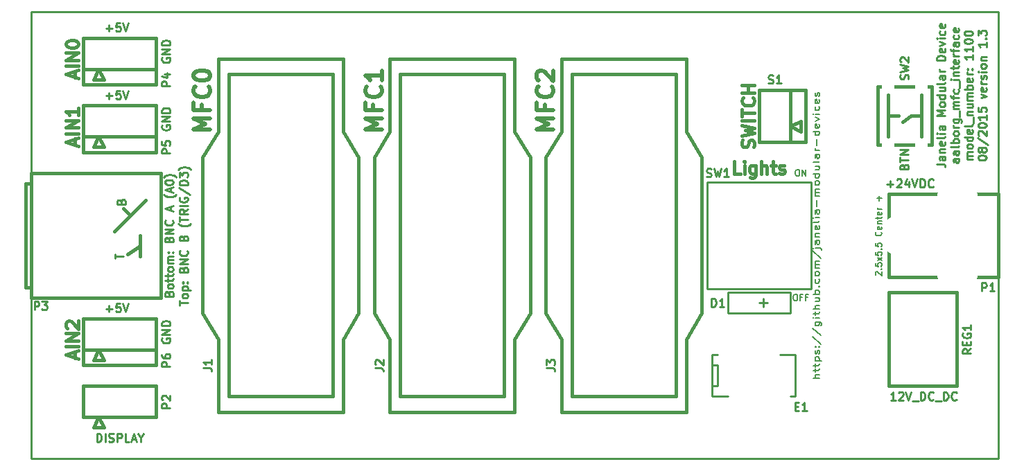
<source format=gto>
G04 #@! TF.FileFunction,Legend,Top*
%FSLAX46Y46*%
G04 Gerber Fmt 4.6, Leading zero omitted, Abs format (unit mm)*
G04 Created by KiCad (PCBNEW 0.201508100901+6080~28~ubuntu14.04.1-product) date Mon 10 Aug 2015 02:14:21 PM EDT*
%MOMM*%
G01*
G04 APERTURE LIST*
%ADD10C,0.100000*%
%ADD11C,0.190500*%
%ADD12C,0.381000*%
%ADD13C,0.254000*%
%ADD14C,0.508000*%
%ADD15C,0.228600*%
%ADD16O,1.854200X2.540000*%
%ADD17R,1.854200X2.540000*%
%ADD18R,1.590040X2.667000*%
%ADD19C,1.930400*%
%ADD20O,4.572000X3.556000*%
%ADD21O,4.064000X5.080000*%
%ADD22O,5.080000X3.556000*%
%ADD23O,2.540000X1.524000*%
%ADD24C,3.937000*%
%ADD25O,1.524000X2.540000*%
%ADD26O,6.350000X3.810000*%
%ADD27R,2.540000X1.524000*%
%ADD28R,1.498600X2.997200*%
%ADD29O,2.540000X1.854200*%
%ADD30R,2.540000X1.854200*%
%ADD31O,5.080000X3.048000*%
%ADD32O,2.032000X1.524000*%
%ADD33O,1.524000X2.032000*%
%ADD34O,4.648200X3.378200*%
G04 APERTURE END LIST*
D10*
D11*
X196505286Y-107732285D02*
X196469000Y-107695999D01*
X196432714Y-107623428D01*
X196432714Y-107441999D01*
X196469000Y-107369428D01*
X196505286Y-107333142D01*
X196577857Y-107296857D01*
X196650429Y-107296857D01*
X196759286Y-107333142D01*
X197194714Y-107768571D01*
X197194714Y-107296857D01*
X197122143Y-106970285D02*
X197158429Y-106934000D01*
X197194714Y-106970285D01*
X197158429Y-107006571D01*
X197122143Y-106970285D01*
X197194714Y-106970285D01*
X196432714Y-106244571D02*
X196432714Y-106607428D01*
X196795571Y-106643714D01*
X196759286Y-106607428D01*
X196723000Y-106534857D01*
X196723000Y-106353428D01*
X196759286Y-106280857D01*
X196795571Y-106244571D01*
X196868143Y-106208286D01*
X197049571Y-106208286D01*
X197122143Y-106244571D01*
X197158429Y-106280857D01*
X197194714Y-106353428D01*
X197194714Y-106534857D01*
X197158429Y-106607428D01*
X197122143Y-106643714D01*
X197194714Y-105954286D02*
X196686714Y-105555143D01*
X196686714Y-105954286D02*
X197194714Y-105555143D01*
X196432714Y-104902000D02*
X196432714Y-105264857D01*
X196795571Y-105301143D01*
X196759286Y-105264857D01*
X196723000Y-105192286D01*
X196723000Y-105010857D01*
X196759286Y-104938286D01*
X196795571Y-104902000D01*
X196868143Y-104865715D01*
X197049571Y-104865715D01*
X197122143Y-104902000D01*
X197158429Y-104938286D01*
X197194714Y-105010857D01*
X197194714Y-105192286D01*
X197158429Y-105264857D01*
X197122143Y-105301143D01*
X197122143Y-104539143D02*
X197158429Y-104502858D01*
X197194714Y-104539143D01*
X197158429Y-104575429D01*
X197122143Y-104539143D01*
X197194714Y-104539143D01*
X196432714Y-103813429D02*
X196432714Y-104176286D01*
X196795571Y-104212572D01*
X196759286Y-104176286D01*
X196723000Y-104103715D01*
X196723000Y-103922286D01*
X196759286Y-103849715D01*
X196795571Y-103813429D01*
X196868143Y-103777144D01*
X197049571Y-103777144D01*
X197122143Y-103813429D01*
X197158429Y-103849715D01*
X197194714Y-103922286D01*
X197194714Y-104103715D01*
X197158429Y-104176286D01*
X197122143Y-104212572D01*
X197122143Y-102434573D02*
X197158429Y-102470859D01*
X197194714Y-102579716D01*
X197194714Y-102652287D01*
X197158429Y-102761144D01*
X197085857Y-102833716D01*
X197013286Y-102870001D01*
X196868143Y-102906287D01*
X196759286Y-102906287D01*
X196614143Y-102870001D01*
X196541571Y-102833716D01*
X196469000Y-102761144D01*
X196432714Y-102652287D01*
X196432714Y-102579716D01*
X196469000Y-102470859D01*
X196505286Y-102434573D01*
X197158429Y-101817716D02*
X197194714Y-101890287D01*
X197194714Y-102035430D01*
X197158429Y-102108001D01*
X197085857Y-102144287D01*
X196795571Y-102144287D01*
X196723000Y-102108001D01*
X196686714Y-102035430D01*
X196686714Y-101890287D01*
X196723000Y-101817716D01*
X196795571Y-101781430D01*
X196868143Y-101781430D01*
X196940714Y-102144287D01*
X196686714Y-101454858D02*
X197194714Y-101454858D01*
X196759286Y-101454858D02*
X196723000Y-101418573D01*
X196686714Y-101346001D01*
X196686714Y-101237144D01*
X196723000Y-101164573D01*
X196795571Y-101128287D01*
X197194714Y-101128287D01*
X196686714Y-100874287D02*
X196686714Y-100584001D01*
X196432714Y-100765429D02*
X197085857Y-100765429D01*
X197158429Y-100729144D01*
X197194714Y-100656572D01*
X197194714Y-100584001D01*
X197158429Y-100039715D02*
X197194714Y-100112286D01*
X197194714Y-100257429D01*
X197158429Y-100330000D01*
X197085857Y-100366286D01*
X196795571Y-100366286D01*
X196723000Y-100330000D01*
X196686714Y-100257429D01*
X196686714Y-100112286D01*
X196723000Y-100039715D01*
X196795571Y-100003429D01*
X196868143Y-100003429D01*
X196940714Y-100366286D01*
X197194714Y-99676857D02*
X196686714Y-99676857D01*
X196831857Y-99676857D02*
X196759286Y-99640572D01*
X196723000Y-99604286D01*
X196686714Y-99531715D01*
X196686714Y-99459143D01*
X196904429Y-98624572D02*
X196904429Y-98044001D01*
X197194714Y-98334287D02*
X196614143Y-98334287D01*
D12*
X181591857Y-92074999D02*
X181664429Y-91857285D01*
X181664429Y-91494428D01*
X181591857Y-91349285D01*
X181519286Y-91276714D01*
X181374143Y-91204142D01*
X181229000Y-91204142D01*
X181083857Y-91276714D01*
X181011286Y-91349285D01*
X180938714Y-91494428D01*
X180866143Y-91784714D01*
X180793571Y-91929856D01*
X180721000Y-92002428D01*
X180575857Y-92074999D01*
X180430714Y-92074999D01*
X180285571Y-92002428D01*
X180213000Y-91929856D01*
X180140429Y-91784714D01*
X180140429Y-91421856D01*
X180213000Y-91204142D01*
X180140429Y-90696142D02*
X181664429Y-90333285D01*
X180575857Y-90042999D01*
X181664429Y-89752713D01*
X180140429Y-89389856D01*
X181664429Y-88809285D02*
X180140429Y-88809285D01*
X180140429Y-88301285D02*
X180140429Y-87430428D01*
X181664429Y-87865857D02*
X180140429Y-87865857D01*
X181519286Y-86051571D02*
X181591857Y-86124142D01*
X181664429Y-86341856D01*
X181664429Y-86486999D01*
X181591857Y-86704714D01*
X181446714Y-86849856D01*
X181301571Y-86922428D01*
X181011286Y-86994999D01*
X180793571Y-86994999D01*
X180503286Y-86922428D01*
X180358143Y-86849856D01*
X180213000Y-86704714D01*
X180140429Y-86486999D01*
X180140429Y-86341856D01*
X180213000Y-86124142D01*
X180285571Y-86051571D01*
X181664429Y-85398428D02*
X180140429Y-85398428D01*
X180866143Y-85398428D02*
X180866143Y-84527571D01*
X181664429Y-84527571D02*
X180140429Y-84527571D01*
X98679000Y-117819714D02*
X98679000Y-117094000D01*
X99114429Y-117964857D02*
X97590429Y-117456857D01*
X99114429Y-116948857D01*
X99114429Y-116440857D02*
X97590429Y-116440857D01*
X99114429Y-115715143D02*
X97590429Y-115715143D01*
X99114429Y-114844286D01*
X97590429Y-114844286D01*
X97735571Y-114191143D02*
X97663000Y-114118572D01*
X97590429Y-113973429D01*
X97590429Y-113610572D01*
X97663000Y-113465429D01*
X97735571Y-113392858D01*
X97880714Y-113320286D01*
X98025857Y-113320286D01*
X98243571Y-113392858D01*
X99114429Y-114263715D01*
X99114429Y-113320286D01*
X98679000Y-91784714D02*
X98679000Y-91059000D01*
X99114429Y-91929857D02*
X97590429Y-91421857D01*
X99114429Y-90913857D01*
X99114429Y-90405857D02*
X97590429Y-90405857D01*
X99114429Y-89680143D02*
X97590429Y-89680143D01*
X99114429Y-88809286D01*
X97590429Y-88809286D01*
X99114429Y-87285286D02*
X99114429Y-88156143D01*
X99114429Y-87720715D02*
X97590429Y-87720715D01*
X97808143Y-87865858D01*
X97953286Y-88011000D01*
X98025857Y-88156143D01*
D13*
X102476905Y-111832571D02*
X103251000Y-111832571D01*
X102863952Y-112219619D02*
X102863952Y-111445524D01*
X104218619Y-111203619D02*
X103734810Y-111203619D01*
X103686429Y-111687429D01*
X103734810Y-111639048D01*
X103831572Y-111590667D01*
X104073476Y-111590667D01*
X104170238Y-111639048D01*
X104218619Y-111687429D01*
X104267000Y-111784190D01*
X104267000Y-112026095D01*
X104218619Y-112122857D01*
X104170238Y-112171238D01*
X104073476Y-112219619D01*
X103831572Y-112219619D01*
X103734810Y-112171238D01*
X103686429Y-112122857D01*
X104557286Y-111203619D02*
X104895953Y-112219619D01*
X105234619Y-111203619D01*
X102476905Y-85797571D02*
X103251000Y-85797571D01*
X102863952Y-86184619D02*
X102863952Y-85410524D01*
X104218619Y-85168619D02*
X103734810Y-85168619D01*
X103686429Y-85652429D01*
X103734810Y-85604048D01*
X103831572Y-85555667D01*
X104073476Y-85555667D01*
X104170238Y-85604048D01*
X104218619Y-85652429D01*
X104267000Y-85749190D01*
X104267000Y-85991095D01*
X104218619Y-86087857D01*
X104170238Y-86136238D01*
X104073476Y-86184619D01*
X103831572Y-86184619D01*
X103734810Y-86136238D01*
X103686429Y-86087857D01*
X104557286Y-85168619D02*
X104895953Y-86184619D01*
X105234619Y-85168619D01*
X109347000Y-115430905D02*
X109298619Y-115527667D01*
X109298619Y-115672810D01*
X109347000Y-115817952D01*
X109443762Y-115914714D01*
X109540524Y-115963095D01*
X109734048Y-116011476D01*
X109879190Y-116011476D01*
X110072714Y-115963095D01*
X110169476Y-115914714D01*
X110266238Y-115817952D01*
X110314619Y-115672810D01*
X110314619Y-115576048D01*
X110266238Y-115430905D01*
X110217857Y-115382524D01*
X109879190Y-115382524D01*
X109879190Y-115576048D01*
X110314619Y-114947095D02*
X109298619Y-114947095D01*
X110314619Y-114366524D01*
X109298619Y-114366524D01*
X110314619Y-113882714D02*
X109298619Y-113882714D01*
X109298619Y-113640809D01*
X109347000Y-113495667D01*
X109443762Y-113398905D01*
X109540524Y-113350524D01*
X109734048Y-113302143D01*
X109879190Y-113302143D01*
X110072714Y-113350524D01*
X110169476Y-113398905D01*
X110266238Y-113495667D01*
X110314619Y-113640809D01*
X110314619Y-113882714D01*
X109347000Y-89395905D02*
X109298619Y-89492667D01*
X109298619Y-89637810D01*
X109347000Y-89782952D01*
X109443762Y-89879714D01*
X109540524Y-89928095D01*
X109734048Y-89976476D01*
X109879190Y-89976476D01*
X110072714Y-89928095D01*
X110169476Y-89879714D01*
X110266238Y-89782952D01*
X110314619Y-89637810D01*
X110314619Y-89541048D01*
X110266238Y-89395905D01*
X110217857Y-89347524D01*
X109879190Y-89347524D01*
X109879190Y-89541048D01*
X110314619Y-88912095D02*
X109298619Y-88912095D01*
X110314619Y-88331524D01*
X109298619Y-88331524D01*
X110314619Y-87847714D02*
X109298619Y-87847714D01*
X109298619Y-87605809D01*
X109347000Y-87460667D01*
X109443762Y-87363905D01*
X109540524Y-87315524D01*
X109734048Y-87267143D01*
X109879190Y-87267143D01*
X110072714Y-87315524D01*
X110169476Y-87363905D01*
X110266238Y-87460667D01*
X110314619Y-87605809D01*
X110314619Y-87847714D01*
X109347000Y-81140905D02*
X109298619Y-81237667D01*
X109298619Y-81382810D01*
X109347000Y-81527952D01*
X109443762Y-81624714D01*
X109540524Y-81673095D01*
X109734048Y-81721476D01*
X109879190Y-81721476D01*
X110072714Y-81673095D01*
X110169476Y-81624714D01*
X110266238Y-81527952D01*
X110314619Y-81382810D01*
X110314619Y-81286048D01*
X110266238Y-81140905D01*
X110217857Y-81092524D01*
X109879190Y-81092524D01*
X109879190Y-81286048D01*
X110314619Y-80657095D02*
X109298619Y-80657095D01*
X110314619Y-80076524D01*
X109298619Y-80076524D01*
X110314619Y-79592714D02*
X109298619Y-79592714D01*
X109298619Y-79350809D01*
X109347000Y-79205667D01*
X109443762Y-79108905D01*
X109540524Y-79060524D01*
X109734048Y-79012143D01*
X109879190Y-79012143D01*
X110072714Y-79060524D01*
X110169476Y-79108905D01*
X110266238Y-79205667D01*
X110314619Y-79350809D01*
X110314619Y-79592714D01*
X102476905Y-77542571D02*
X103251000Y-77542571D01*
X102863952Y-77929619D02*
X102863952Y-77155524D01*
X104218619Y-76913619D02*
X103734810Y-76913619D01*
X103686429Y-77397429D01*
X103734810Y-77349048D01*
X103831572Y-77300667D01*
X104073476Y-77300667D01*
X104170238Y-77349048D01*
X104218619Y-77397429D01*
X104267000Y-77494190D01*
X104267000Y-77736095D01*
X104218619Y-77832857D01*
X104170238Y-77881238D01*
X104073476Y-77929619D01*
X103831572Y-77929619D01*
X103734810Y-77881238D01*
X103686429Y-77832857D01*
X104557286Y-76913619D02*
X104895953Y-77929619D01*
X105234619Y-76913619D01*
D12*
X98679000Y-83529714D02*
X98679000Y-82804000D01*
X99114429Y-83674857D02*
X97590429Y-83166857D01*
X99114429Y-82658857D01*
X99114429Y-82150857D02*
X97590429Y-82150857D01*
X99114429Y-81425143D02*
X97590429Y-81425143D01*
X99114429Y-80554286D01*
X97590429Y-80554286D01*
X97590429Y-79538286D02*
X97590429Y-79393143D01*
X97663000Y-79248000D01*
X97735571Y-79175429D01*
X97880714Y-79102858D01*
X98171000Y-79030286D01*
X98533857Y-79030286D01*
X98824143Y-79102858D01*
X98969286Y-79175429D01*
X99041857Y-79248000D01*
X99114429Y-79393143D01*
X99114429Y-79538286D01*
X99041857Y-79683429D01*
X98969286Y-79756000D01*
X98824143Y-79828572D01*
X98533857Y-79901143D01*
X98171000Y-79901143D01*
X97880714Y-79828572D01*
X97735571Y-79756000D01*
X97663000Y-79683429D01*
X97590429Y-79538286D01*
D14*
X157129238Y-89891809D02*
X155097238Y-89891809D01*
X156548667Y-89214476D01*
X155097238Y-88537143D01*
X157129238Y-88537143D01*
X156064857Y-86892190D02*
X156064857Y-87569523D01*
X157129238Y-87569523D02*
X155097238Y-87569523D01*
X155097238Y-86601904D01*
X156935714Y-84666667D02*
X157032476Y-84763429D01*
X157129238Y-85053714D01*
X157129238Y-85247238D01*
X157032476Y-85537524D01*
X156838952Y-85731048D01*
X156645429Y-85827809D01*
X156258381Y-85924571D01*
X155968095Y-85924571D01*
X155581048Y-85827809D01*
X155387524Y-85731048D01*
X155194000Y-85537524D01*
X155097238Y-85247238D01*
X155097238Y-85053714D01*
X155194000Y-84763429D01*
X155290762Y-84666667D01*
X155290762Y-83892571D02*
X155194000Y-83795809D01*
X155097238Y-83602286D01*
X155097238Y-83118476D01*
X155194000Y-82924952D01*
X155290762Y-82828190D01*
X155484286Y-82731429D01*
X155677810Y-82731429D01*
X155968095Y-82828190D01*
X157129238Y-83989333D01*
X157129238Y-82731429D01*
D15*
X211455000Y-75565000D02*
X93345000Y-75565000D01*
X211455000Y-130175000D02*
X211455000Y-75565000D01*
X93345000Y-130175000D02*
X211455000Y-130175000D01*
X93345000Y-75565000D02*
X93345000Y-130175000D01*
D13*
X198894095Y-123014619D02*
X198313524Y-123014619D01*
X198603810Y-123014619D02*
X198603810Y-121998619D01*
X198507048Y-122143762D01*
X198410286Y-122240524D01*
X198313524Y-122288905D01*
X199281143Y-122095381D02*
X199329524Y-122047000D01*
X199426286Y-121998619D01*
X199668190Y-121998619D01*
X199764952Y-122047000D01*
X199813333Y-122095381D01*
X199861714Y-122192143D01*
X199861714Y-122288905D01*
X199813333Y-122434048D01*
X199232762Y-123014619D01*
X199861714Y-123014619D01*
X200152000Y-121998619D02*
X200490667Y-123014619D01*
X200829333Y-121998619D01*
X200926095Y-123111381D02*
X201700190Y-123111381D01*
X201942095Y-123014619D02*
X201942095Y-121998619D01*
X202184000Y-121998619D01*
X202329142Y-122047000D01*
X202425904Y-122143762D01*
X202474285Y-122240524D01*
X202522666Y-122434048D01*
X202522666Y-122579190D01*
X202474285Y-122772714D01*
X202425904Y-122869476D01*
X202329142Y-122966238D01*
X202184000Y-123014619D01*
X201942095Y-123014619D01*
X203538666Y-122917857D02*
X203490285Y-122966238D01*
X203345142Y-123014619D01*
X203248380Y-123014619D01*
X203103238Y-122966238D01*
X203006476Y-122869476D01*
X202958095Y-122772714D01*
X202909714Y-122579190D01*
X202909714Y-122434048D01*
X202958095Y-122240524D01*
X203006476Y-122143762D01*
X203103238Y-122047000D01*
X203248380Y-121998619D01*
X203345142Y-121998619D01*
X203490285Y-122047000D01*
X203538666Y-122095381D01*
X203732190Y-123111381D02*
X204506285Y-123111381D01*
X204748190Y-123014619D02*
X204748190Y-121998619D01*
X204990095Y-121998619D01*
X205135237Y-122047000D01*
X205231999Y-122143762D01*
X205280380Y-122240524D01*
X205328761Y-122434048D01*
X205328761Y-122579190D01*
X205280380Y-122772714D01*
X205231999Y-122869476D01*
X205135237Y-122966238D01*
X204990095Y-123014619D01*
X204748190Y-123014619D01*
X206344761Y-122917857D02*
X206296380Y-122966238D01*
X206151237Y-123014619D01*
X206054475Y-123014619D01*
X205909333Y-122966238D01*
X205812571Y-122869476D01*
X205764190Y-122772714D01*
X205715809Y-122579190D01*
X205715809Y-122434048D01*
X205764190Y-122240524D01*
X205812571Y-122143762D01*
X205909333Y-122047000D01*
X206054475Y-121998619D01*
X206151237Y-121998619D01*
X206296380Y-122047000D01*
X206344761Y-122095381D01*
X197853905Y-96592571D02*
X198628000Y-96592571D01*
X198240952Y-96979619D02*
X198240952Y-96205524D01*
X199063429Y-96060381D02*
X199111810Y-96012000D01*
X199208572Y-95963619D01*
X199450476Y-95963619D01*
X199547238Y-96012000D01*
X199595619Y-96060381D01*
X199644000Y-96157143D01*
X199644000Y-96253905D01*
X199595619Y-96399048D01*
X199015048Y-96979619D01*
X199644000Y-96979619D01*
X200514857Y-96302286D02*
X200514857Y-96979619D01*
X200272953Y-95915238D02*
X200031048Y-96640952D01*
X200660000Y-96640952D01*
X200901905Y-95963619D02*
X201240572Y-96979619D01*
X201579238Y-95963619D01*
X201917905Y-96979619D02*
X201917905Y-95963619D01*
X202159810Y-95963619D01*
X202304952Y-96012000D01*
X202401714Y-96108762D01*
X202450095Y-96205524D01*
X202498476Y-96399048D01*
X202498476Y-96544190D01*
X202450095Y-96737714D01*
X202401714Y-96834476D01*
X202304952Y-96931238D01*
X202159810Y-96979619D01*
X201917905Y-96979619D01*
X203514476Y-96882857D02*
X203466095Y-96931238D01*
X203320952Y-96979619D01*
X203224190Y-96979619D01*
X203079048Y-96931238D01*
X202982286Y-96834476D01*
X202933905Y-96737714D01*
X202885524Y-96544190D01*
X202885524Y-96399048D01*
X202933905Y-96205524D01*
X202982286Y-96108762D01*
X203079048Y-96012000D01*
X203224190Y-95963619D01*
X203320952Y-95963619D01*
X203466095Y-96012000D01*
X203514476Y-96060381D01*
D14*
X115219238Y-89891809D02*
X113187238Y-89891809D01*
X114638667Y-89214476D01*
X113187238Y-88537143D01*
X115219238Y-88537143D01*
X114154857Y-86892190D02*
X114154857Y-87569523D01*
X115219238Y-87569523D02*
X113187238Y-87569523D01*
X113187238Y-86601904D01*
X115025714Y-84666667D02*
X115122476Y-84763429D01*
X115219238Y-85053714D01*
X115219238Y-85247238D01*
X115122476Y-85537524D01*
X114928952Y-85731048D01*
X114735429Y-85827809D01*
X114348381Y-85924571D01*
X114058095Y-85924571D01*
X113671048Y-85827809D01*
X113477524Y-85731048D01*
X113284000Y-85537524D01*
X113187238Y-85247238D01*
X113187238Y-85053714D01*
X113284000Y-84763429D01*
X113380762Y-84666667D01*
X113187238Y-83408762D02*
X113187238Y-83215238D01*
X113284000Y-83021714D01*
X113380762Y-82924952D01*
X113574286Y-82828190D01*
X113961333Y-82731429D01*
X114445143Y-82731429D01*
X114832190Y-82828190D01*
X115025714Y-82924952D01*
X115122476Y-83021714D01*
X115219238Y-83215238D01*
X115219238Y-83408762D01*
X115122476Y-83602286D01*
X115025714Y-83699048D01*
X114832190Y-83795809D01*
X114445143Y-83892571D01*
X113961333Y-83892571D01*
X113574286Y-83795809D01*
X113380762Y-83699048D01*
X113284000Y-83602286D01*
X113187238Y-83408762D01*
X136174238Y-89891809D02*
X134142238Y-89891809D01*
X135593667Y-89214476D01*
X134142238Y-88537143D01*
X136174238Y-88537143D01*
X135109857Y-86892190D02*
X135109857Y-87569523D01*
X136174238Y-87569523D02*
X134142238Y-87569523D01*
X134142238Y-86601904D01*
X135980714Y-84666667D02*
X136077476Y-84763429D01*
X136174238Y-85053714D01*
X136174238Y-85247238D01*
X136077476Y-85537524D01*
X135883952Y-85731048D01*
X135690429Y-85827809D01*
X135303381Y-85924571D01*
X135013095Y-85924571D01*
X134626048Y-85827809D01*
X134432524Y-85731048D01*
X134239000Y-85537524D01*
X134142238Y-85247238D01*
X134142238Y-85053714D01*
X134239000Y-84763429D01*
X134335762Y-84666667D01*
X136174238Y-82731429D02*
X136174238Y-83892571D01*
X136174238Y-83312000D02*
X134142238Y-83312000D01*
X134432524Y-83505524D01*
X134626048Y-83699048D01*
X134722810Y-83892571D01*
D13*
X101358096Y-128094619D02*
X101358096Y-127078619D01*
X101600001Y-127078619D01*
X101745143Y-127127000D01*
X101841905Y-127223762D01*
X101890286Y-127320524D01*
X101938667Y-127514048D01*
X101938667Y-127659190D01*
X101890286Y-127852714D01*
X101841905Y-127949476D01*
X101745143Y-128046238D01*
X101600001Y-128094619D01*
X101358096Y-128094619D01*
X102374096Y-128094619D02*
X102374096Y-127078619D01*
X102809525Y-128046238D02*
X102954668Y-128094619D01*
X103196572Y-128094619D01*
X103293334Y-128046238D01*
X103341715Y-127997857D01*
X103390096Y-127901095D01*
X103390096Y-127804333D01*
X103341715Y-127707571D01*
X103293334Y-127659190D01*
X103196572Y-127610810D01*
X103003049Y-127562429D01*
X102906287Y-127514048D01*
X102857906Y-127465667D01*
X102809525Y-127368905D01*
X102809525Y-127272143D01*
X102857906Y-127175381D01*
X102906287Y-127127000D01*
X103003049Y-127078619D01*
X103244953Y-127078619D01*
X103390096Y-127127000D01*
X103825525Y-128094619D02*
X103825525Y-127078619D01*
X104212572Y-127078619D01*
X104309334Y-127127000D01*
X104357715Y-127175381D01*
X104406096Y-127272143D01*
X104406096Y-127417286D01*
X104357715Y-127514048D01*
X104309334Y-127562429D01*
X104212572Y-127610810D01*
X103825525Y-127610810D01*
X105325334Y-128094619D02*
X104841525Y-128094619D01*
X104841525Y-127078619D01*
X105615620Y-127804333D02*
X106099429Y-127804333D01*
X105518858Y-128094619D02*
X105857525Y-127078619D01*
X106196191Y-128094619D01*
X106728382Y-127610810D02*
X106728382Y-128094619D01*
X106389715Y-127078619D02*
X106728382Y-127610810D01*
X107067048Y-127078619D01*
D11*
X189574714Y-120287142D02*
X188812714Y-120287142D01*
X189574714Y-119851714D02*
X189175571Y-119851714D01*
X189103000Y-119900095D01*
X189066714Y-119996857D01*
X189066714Y-120141999D01*
X189103000Y-120238761D01*
X189139286Y-120287142D01*
X189066714Y-119513047D02*
X189066714Y-119125999D01*
X188812714Y-119367904D02*
X189465857Y-119367904D01*
X189538429Y-119319523D01*
X189574714Y-119222761D01*
X189574714Y-119125999D01*
X189066714Y-118932476D02*
X189066714Y-118545428D01*
X188812714Y-118787333D02*
X189465857Y-118787333D01*
X189538429Y-118738952D01*
X189574714Y-118642190D01*
X189574714Y-118545428D01*
X189066714Y-118206762D02*
X189828714Y-118206762D01*
X189103000Y-118206762D02*
X189066714Y-118110000D01*
X189066714Y-117916477D01*
X189103000Y-117819715D01*
X189139286Y-117771334D01*
X189211857Y-117722953D01*
X189429571Y-117722953D01*
X189502143Y-117771334D01*
X189538429Y-117819715D01*
X189574714Y-117916477D01*
X189574714Y-118110000D01*
X189538429Y-118206762D01*
X189538429Y-117335905D02*
X189574714Y-117239143D01*
X189574714Y-117045619D01*
X189538429Y-116948858D01*
X189465857Y-116900477D01*
X189429571Y-116900477D01*
X189357000Y-116948858D01*
X189320714Y-117045619D01*
X189320714Y-117190762D01*
X189284429Y-117287524D01*
X189211857Y-117335905D01*
X189175571Y-117335905D01*
X189103000Y-117287524D01*
X189066714Y-117190762D01*
X189066714Y-117045619D01*
X189103000Y-116948858D01*
X189502143Y-116465048D02*
X189538429Y-116416667D01*
X189574714Y-116465048D01*
X189538429Y-116513429D01*
X189502143Y-116465048D01*
X189574714Y-116465048D01*
X189103000Y-116465048D02*
X189139286Y-116416667D01*
X189175571Y-116465048D01*
X189139286Y-116513429D01*
X189103000Y-116465048D01*
X189175571Y-116465048D01*
X188776429Y-115255524D02*
X189756143Y-116126381D01*
X188776429Y-114191143D02*
X189756143Y-115062000D01*
X189066714Y-113417048D02*
X189683571Y-113417048D01*
X189756143Y-113465429D01*
X189792429Y-113513810D01*
X189828714Y-113610571D01*
X189828714Y-113755714D01*
X189792429Y-113852476D01*
X189538429Y-113417048D02*
X189574714Y-113513810D01*
X189574714Y-113707333D01*
X189538429Y-113804095D01*
X189502143Y-113852476D01*
X189429571Y-113900857D01*
X189211857Y-113900857D01*
X189139286Y-113852476D01*
X189103000Y-113804095D01*
X189066714Y-113707333D01*
X189066714Y-113513810D01*
X189103000Y-113417048D01*
X189574714Y-112933238D02*
X189066714Y-112933238D01*
X188812714Y-112933238D02*
X188849000Y-112981619D01*
X188885286Y-112933238D01*
X188849000Y-112884857D01*
X188812714Y-112933238D01*
X188885286Y-112933238D01*
X189066714Y-112594571D02*
X189066714Y-112207523D01*
X188812714Y-112449428D02*
X189465857Y-112449428D01*
X189538429Y-112401047D01*
X189574714Y-112304285D01*
X189574714Y-112207523D01*
X189574714Y-111868857D02*
X188812714Y-111868857D01*
X189574714Y-111433429D02*
X189175571Y-111433429D01*
X189103000Y-111481810D01*
X189066714Y-111578572D01*
X189066714Y-111723714D01*
X189103000Y-111820476D01*
X189139286Y-111868857D01*
X189066714Y-110514191D02*
X189574714Y-110514191D01*
X189066714Y-110949619D02*
X189465857Y-110949619D01*
X189538429Y-110901238D01*
X189574714Y-110804476D01*
X189574714Y-110659334D01*
X189538429Y-110562572D01*
X189502143Y-110514191D01*
X189574714Y-110030381D02*
X188812714Y-110030381D01*
X189103000Y-110030381D02*
X189066714Y-109933619D01*
X189066714Y-109740096D01*
X189103000Y-109643334D01*
X189139286Y-109594953D01*
X189211857Y-109546572D01*
X189429571Y-109546572D01*
X189502143Y-109594953D01*
X189538429Y-109643334D01*
X189574714Y-109740096D01*
X189574714Y-109933619D01*
X189538429Y-110030381D01*
X189502143Y-109111143D02*
X189538429Y-109062762D01*
X189574714Y-109111143D01*
X189538429Y-109159524D01*
X189502143Y-109111143D01*
X189574714Y-109111143D01*
X189538429Y-108191905D02*
X189574714Y-108288667D01*
X189574714Y-108482190D01*
X189538429Y-108578952D01*
X189502143Y-108627333D01*
X189429571Y-108675714D01*
X189211857Y-108675714D01*
X189139286Y-108627333D01*
X189103000Y-108578952D01*
X189066714Y-108482190D01*
X189066714Y-108288667D01*
X189103000Y-108191905D01*
X189574714Y-107611333D02*
X189538429Y-107708095D01*
X189502143Y-107756476D01*
X189429571Y-107804857D01*
X189211857Y-107804857D01*
X189139286Y-107756476D01*
X189103000Y-107708095D01*
X189066714Y-107611333D01*
X189066714Y-107466191D01*
X189103000Y-107369429D01*
X189139286Y-107321048D01*
X189211857Y-107272667D01*
X189429571Y-107272667D01*
X189502143Y-107321048D01*
X189538429Y-107369429D01*
X189574714Y-107466191D01*
X189574714Y-107611333D01*
X189574714Y-106837238D02*
X189066714Y-106837238D01*
X189139286Y-106837238D02*
X189103000Y-106788857D01*
X189066714Y-106692095D01*
X189066714Y-106546953D01*
X189103000Y-106450191D01*
X189175571Y-106401810D01*
X189574714Y-106401810D01*
X189175571Y-106401810D02*
X189103000Y-106353429D01*
X189066714Y-106256667D01*
X189066714Y-106111524D01*
X189103000Y-106014762D01*
X189175571Y-105966381D01*
X189574714Y-105966381D01*
X188776429Y-104756857D02*
X189756143Y-105627714D01*
X189066714Y-104418190D02*
X189719857Y-104418190D01*
X189792429Y-104466571D01*
X189828714Y-104563333D01*
X189828714Y-104611714D01*
X188812714Y-104418190D02*
X188849000Y-104466571D01*
X188885286Y-104418190D01*
X188849000Y-104369809D01*
X188812714Y-104418190D01*
X188885286Y-104418190D01*
X189574714Y-103498952D02*
X189175571Y-103498952D01*
X189103000Y-103547333D01*
X189066714Y-103644095D01*
X189066714Y-103837618D01*
X189103000Y-103934380D01*
X189538429Y-103498952D02*
X189574714Y-103595714D01*
X189574714Y-103837618D01*
X189538429Y-103934380D01*
X189465857Y-103982761D01*
X189393286Y-103982761D01*
X189320714Y-103934380D01*
X189284429Y-103837618D01*
X189284429Y-103595714D01*
X189248143Y-103498952D01*
X189066714Y-103015142D02*
X189574714Y-103015142D01*
X189139286Y-103015142D02*
X189103000Y-102966761D01*
X189066714Y-102869999D01*
X189066714Y-102724857D01*
X189103000Y-102628095D01*
X189175571Y-102579714D01*
X189574714Y-102579714D01*
X189538429Y-101708857D02*
X189574714Y-101805619D01*
X189574714Y-101999142D01*
X189538429Y-102095904D01*
X189465857Y-102144285D01*
X189175571Y-102144285D01*
X189103000Y-102095904D01*
X189066714Y-101999142D01*
X189066714Y-101805619D01*
X189103000Y-101708857D01*
X189175571Y-101660476D01*
X189248143Y-101660476D01*
X189320714Y-102144285D01*
X189574714Y-101079904D02*
X189538429Y-101176666D01*
X189465857Y-101225047D01*
X188812714Y-101225047D01*
X189574714Y-100692857D02*
X189066714Y-100692857D01*
X188812714Y-100692857D02*
X188849000Y-100741238D01*
X188885286Y-100692857D01*
X188849000Y-100644476D01*
X188812714Y-100692857D01*
X188885286Y-100692857D01*
X189574714Y-99773619D02*
X189175571Y-99773619D01*
X189103000Y-99822000D01*
X189066714Y-99918762D01*
X189066714Y-100112285D01*
X189103000Y-100209047D01*
X189538429Y-99773619D02*
X189574714Y-99870381D01*
X189574714Y-100112285D01*
X189538429Y-100209047D01*
X189465857Y-100257428D01*
X189393286Y-100257428D01*
X189320714Y-100209047D01*
X189284429Y-100112285D01*
X189284429Y-99870381D01*
X189248143Y-99773619D01*
X189284429Y-99289809D02*
X189284429Y-98515714D01*
X189574714Y-98031904D02*
X189066714Y-98031904D01*
X189139286Y-98031904D02*
X189103000Y-97983523D01*
X189066714Y-97886761D01*
X189066714Y-97741619D01*
X189103000Y-97644857D01*
X189175571Y-97596476D01*
X189574714Y-97596476D01*
X189175571Y-97596476D02*
X189103000Y-97548095D01*
X189066714Y-97451333D01*
X189066714Y-97306190D01*
X189103000Y-97209428D01*
X189175571Y-97161047D01*
X189574714Y-97161047D01*
X189574714Y-96532094D02*
X189538429Y-96628856D01*
X189502143Y-96677237D01*
X189429571Y-96725618D01*
X189211857Y-96725618D01*
X189139286Y-96677237D01*
X189103000Y-96628856D01*
X189066714Y-96532094D01*
X189066714Y-96386952D01*
X189103000Y-96290190D01*
X189139286Y-96241809D01*
X189211857Y-96193428D01*
X189429571Y-96193428D01*
X189502143Y-96241809D01*
X189538429Y-96290190D01*
X189574714Y-96386952D01*
X189574714Y-96532094D01*
X189574714Y-95322571D02*
X188812714Y-95322571D01*
X189538429Y-95322571D02*
X189574714Y-95419333D01*
X189574714Y-95612856D01*
X189538429Y-95709618D01*
X189502143Y-95757999D01*
X189429571Y-95806380D01*
X189211857Y-95806380D01*
X189139286Y-95757999D01*
X189103000Y-95709618D01*
X189066714Y-95612856D01*
X189066714Y-95419333D01*
X189103000Y-95322571D01*
X189066714Y-94403333D02*
X189574714Y-94403333D01*
X189066714Y-94838761D02*
X189465857Y-94838761D01*
X189538429Y-94790380D01*
X189574714Y-94693618D01*
X189574714Y-94548476D01*
X189538429Y-94451714D01*
X189502143Y-94403333D01*
X189574714Y-93774380D02*
X189538429Y-93871142D01*
X189465857Y-93919523D01*
X188812714Y-93919523D01*
X189574714Y-92951905D02*
X189175571Y-92951905D01*
X189103000Y-93000286D01*
X189066714Y-93097048D01*
X189066714Y-93290571D01*
X189103000Y-93387333D01*
X189538429Y-92951905D02*
X189574714Y-93048667D01*
X189574714Y-93290571D01*
X189538429Y-93387333D01*
X189465857Y-93435714D01*
X189393286Y-93435714D01*
X189320714Y-93387333D01*
X189284429Y-93290571D01*
X189284429Y-93048667D01*
X189248143Y-92951905D01*
X189574714Y-92468095D02*
X189066714Y-92468095D01*
X189211857Y-92468095D02*
X189139286Y-92419714D01*
X189103000Y-92371333D01*
X189066714Y-92274571D01*
X189066714Y-92177810D01*
X189284429Y-91839143D02*
X189284429Y-91065048D01*
X189574714Y-90145810D02*
X188812714Y-90145810D01*
X189538429Y-90145810D02*
X189574714Y-90242572D01*
X189574714Y-90436095D01*
X189538429Y-90532857D01*
X189502143Y-90581238D01*
X189429571Y-90629619D01*
X189211857Y-90629619D01*
X189139286Y-90581238D01*
X189103000Y-90532857D01*
X189066714Y-90436095D01*
X189066714Y-90242572D01*
X189103000Y-90145810D01*
X189538429Y-89274953D02*
X189574714Y-89371715D01*
X189574714Y-89565238D01*
X189538429Y-89662000D01*
X189465857Y-89710381D01*
X189175571Y-89710381D01*
X189103000Y-89662000D01*
X189066714Y-89565238D01*
X189066714Y-89371715D01*
X189103000Y-89274953D01*
X189175571Y-89226572D01*
X189248143Y-89226572D01*
X189320714Y-89710381D01*
X189066714Y-88887905D02*
X189574714Y-88646000D01*
X189066714Y-88404096D01*
X189574714Y-88017048D02*
X189066714Y-88017048D01*
X188812714Y-88017048D02*
X188849000Y-88065429D01*
X188885286Y-88017048D01*
X188849000Y-87968667D01*
X188812714Y-88017048D01*
X188885286Y-88017048D01*
X189538429Y-87097810D02*
X189574714Y-87194572D01*
X189574714Y-87388095D01*
X189538429Y-87484857D01*
X189502143Y-87533238D01*
X189429571Y-87581619D01*
X189211857Y-87581619D01*
X189139286Y-87533238D01*
X189103000Y-87484857D01*
X189066714Y-87388095D01*
X189066714Y-87194572D01*
X189103000Y-87097810D01*
X189538429Y-86275334D02*
X189574714Y-86372096D01*
X189574714Y-86565619D01*
X189538429Y-86662381D01*
X189465857Y-86710762D01*
X189175571Y-86710762D01*
X189103000Y-86662381D01*
X189066714Y-86565619D01*
X189066714Y-86372096D01*
X189103000Y-86275334D01*
X189175571Y-86226953D01*
X189248143Y-86226953D01*
X189320714Y-86710762D01*
X189538429Y-85839905D02*
X189574714Y-85743143D01*
X189574714Y-85549619D01*
X189538429Y-85452858D01*
X189465857Y-85404477D01*
X189429571Y-85404477D01*
X189357000Y-85452858D01*
X189320714Y-85549619D01*
X189320714Y-85694762D01*
X189284429Y-85791524D01*
X189211857Y-85839905D01*
X189175571Y-85839905D01*
X189103000Y-85791524D01*
X189066714Y-85694762D01*
X189066714Y-85549619D01*
X189103000Y-85452858D01*
D13*
X203939019Y-94119094D02*
X204664733Y-94119094D01*
X204809876Y-94167474D01*
X204906638Y-94264236D01*
X204955019Y-94409379D01*
X204955019Y-94506141D01*
X204955019Y-93199856D02*
X204422829Y-93199856D01*
X204326067Y-93248237D01*
X204277686Y-93344999D01*
X204277686Y-93538522D01*
X204326067Y-93635284D01*
X204906638Y-93199856D02*
X204955019Y-93296618D01*
X204955019Y-93538522D01*
X204906638Y-93635284D01*
X204809876Y-93683665D01*
X204713114Y-93683665D01*
X204616352Y-93635284D01*
X204567971Y-93538522D01*
X204567971Y-93296618D01*
X204519590Y-93199856D01*
X204277686Y-92716046D02*
X204955019Y-92716046D01*
X204374448Y-92716046D02*
X204326067Y-92667665D01*
X204277686Y-92570903D01*
X204277686Y-92425761D01*
X204326067Y-92328999D01*
X204422829Y-92280618D01*
X204955019Y-92280618D01*
X204906638Y-91409761D02*
X204955019Y-91506523D01*
X204955019Y-91700046D01*
X204906638Y-91796808D01*
X204809876Y-91845189D01*
X204422829Y-91845189D01*
X204326067Y-91796808D01*
X204277686Y-91700046D01*
X204277686Y-91506523D01*
X204326067Y-91409761D01*
X204422829Y-91361380D01*
X204519590Y-91361380D01*
X204616352Y-91845189D01*
X204955019Y-90780808D02*
X204906638Y-90877570D01*
X204809876Y-90925951D01*
X203939019Y-90925951D01*
X204955019Y-90393761D02*
X204277686Y-90393761D01*
X203939019Y-90393761D02*
X203987400Y-90442142D01*
X204035781Y-90393761D01*
X203987400Y-90345380D01*
X203939019Y-90393761D01*
X204035781Y-90393761D01*
X204955019Y-89474523D02*
X204422829Y-89474523D01*
X204326067Y-89522904D01*
X204277686Y-89619666D01*
X204277686Y-89813189D01*
X204326067Y-89909951D01*
X204906638Y-89474523D02*
X204955019Y-89571285D01*
X204955019Y-89813189D01*
X204906638Y-89909951D01*
X204809876Y-89958332D01*
X204713114Y-89958332D01*
X204616352Y-89909951D01*
X204567971Y-89813189D01*
X204567971Y-89571285D01*
X204519590Y-89474523D01*
X204955019Y-88216618D02*
X203939019Y-88216618D01*
X204664733Y-87877952D01*
X203939019Y-87539285D01*
X204955019Y-87539285D01*
X204955019Y-86910332D02*
X204906638Y-87007094D01*
X204858257Y-87055475D01*
X204761495Y-87103856D01*
X204471210Y-87103856D01*
X204374448Y-87055475D01*
X204326067Y-87007094D01*
X204277686Y-86910332D01*
X204277686Y-86765190D01*
X204326067Y-86668428D01*
X204374448Y-86620047D01*
X204471210Y-86571666D01*
X204761495Y-86571666D01*
X204858257Y-86620047D01*
X204906638Y-86668428D01*
X204955019Y-86765190D01*
X204955019Y-86910332D01*
X204955019Y-85700809D02*
X203939019Y-85700809D01*
X204906638Y-85700809D02*
X204955019Y-85797571D01*
X204955019Y-85991094D01*
X204906638Y-86087856D01*
X204858257Y-86136237D01*
X204761495Y-86184618D01*
X204471210Y-86184618D01*
X204374448Y-86136237D01*
X204326067Y-86087856D01*
X204277686Y-85991094D01*
X204277686Y-85797571D01*
X204326067Y-85700809D01*
X204277686Y-84781571D02*
X204955019Y-84781571D01*
X204277686Y-85216999D02*
X204809876Y-85216999D01*
X204906638Y-85168618D01*
X204955019Y-85071856D01*
X204955019Y-84926714D01*
X204906638Y-84829952D01*
X204858257Y-84781571D01*
X204955019Y-84152618D02*
X204906638Y-84249380D01*
X204809876Y-84297761D01*
X203939019Y-84297761D01*
X204955019Y-83330143D02*
X204422829Y-83330143D01*
X204326067Y-83378524D01*
X204277686Y-83475286D01*
X204277686Y-83668809D01*
X204326067Y-83765571D01*
X204906638Y-83330143D02*
X204955019Y-83426905D01*
X204955019Y-83668809D01*
X204906638Y-83765571D01*
X204809876Y-83813952D01*
X204713114Y-83813952D01*
X204616352Y-83765571D01*
X204567971Y-83668809D01*
X204567971Y-83426905D01*
X204519590Y-83330143D01*
X204955019Y-82846333D02*
X204277686Y-82846333D01*
X204471210Y-82846333D02*
X204374448Y-82797952D01*
X204326067Y-82749571D01*
X204277686Y-82652809D01*
X204277686Y-82556048D01*
X204955019Y-81443286D02*
X203939019Y-81443286D01*
X203939019Y-81201381D01*
X203987400Y-81056239D01*
X204084162Y-80959477D01*
X204180924Y-80911096D01*
X204374448Y-80862715D01*
X204519590Y-80862715D01*
X204713114Y-80911096D01*
X204809876Y-80959477D01*
X204906638Y-81056239D01*
X204955019Y-81201381D01*
X204955019Y-81443286D01*
X204906638Y-80040239D02*
X204955019Y-80137001D01*
X204955019Y-80330524D01*
X204906638Y-80427286D01*
X204809876Y-80475667D01*
X204422829Y-80475667D01*
X204326067Y-80427286D01*
X204277686Y-80330524D01*
X204277686Y-80137001D01*
X204326067Y-80040239D01*
X204422829Y-79991858D01*
X204519590Y-79991858D01*
X204616352Y-80475667D01*
X204277686Y-79653191D02*
X204955019Y-79411286D01*
X204277686Y-79169382D01*
X204955019Y-78782334D02*
X204277686Y-78782334D01*
X203939019Y-78782334D02*
X203987400Y-78830715D01*
X204035781Y-78782334D01*
X203987400Y-78733953D01*
X203939019Y-78782334D01*
X204035781Y-78782334D01*
X204906638Y-77863096D02*
X204955019Y-77959858D01*
X204955019Y-78153381D01*
X204906638Y-78250143D01*
X204858257Y-78298524D01*
X204761495Y-78346905D01*
X204471210Y-78346905D01*
X204374448Y-78298524D01*
X204326067Y-78250143D01*
X204277686Y-78153381D01*
X204277686Y-77959858D01*
X204326067Y-77863096D01*
X204906638Y-77040620D02*
X204955019Y-77137382D01*
X204955019Y-77330905D01*
X204906638Y-77427667D01*
X204809876Y-77476048D01*
X204422829Y-77476048D01*
X204326067Y-77427667D01*
X204277686Y-77330905D01*
X204277686Y-77137382D01*
X204326067Y-77040620D01*
X204422829Y-76992239D01*
X204519590Y-76992239D01*
X204616352Y-77476048D01*
X206631419Y-93465951D02*
X206099229Y-93465951D01*
X206002467Y-93514332D01*
X205954086Y-93611094D01*
X205954086Y-93804617D01*
X206002467Y-93901379D01*
X206583038Y-93465951D02*
X206631419Y-93562713D01*
X206631419Y-93804617D01*
X206583038Y-93901379D01*
X206486276Y-93949760D01*
X206389514Y-93949760D01*
X206292752Y-93901379D01*
X206244371Y-93804617D01*
X206244371Y-93562713D01*
X206195990Y-93465951D01*
X206631419Y-92546713D02*
X206099229Y-92546713D01*
X206002467Y-92595094D01*
X205954086Y-92691856D01*
X205954086Y-92885379D01*
X206002467Y-92982141D01*
X206583038Y-92546713D02*
X206631419Y-92643475D01*
X206631419Y-92885379D01*
X206583038Y-92982141D01*
X206486276Y-93030522D01*
X206389514Y-93030522D01*
X206292752Y-92982141D01*
X206244371Y-92885379D01*
X206244371Y-92643475D01*
X206195990Y-92546713D01*
X206631419Y-91917760D02*
X206583038Y-92014522D01*
X206486276Y-92062903D01*
X205615419Y-92062903D01*
X206631419Y-91530713D02*
X205615419Y-91530713D01*
X206002467Y-91530713D02*
X205954086Y-91433951D01*
X205954086Y-91240428D01*
X206002467Y-91143666D01*
X206050848Y-91095285D01*
X206147610Y-91046904D01*
X206437895Y-91046904D01*
X206534657Y-91095285D01*
X206583038Y-91143666D01*
X206631419Y-91240428D01*
X206631419Y-91433951D01*
X206583038Y-91530713D01*
X206631419Y-90466332D02*
X206583038Y-90563094D01*
X206534657Y-90611475D01*
X206437895Y-90659856D01*
X206147610Y-90659856D01*
X206050848Y-90611475D01*
X206002467Y-90563094D01*
X205954086Y-90466332D01*
X205954086Y-90321190D01*
X206002467Y-90224428D01*
X206050848Y-90176047D01*
X206147610Y-90127666D01*
X206437895Y-90127666D01*
X206534657Y-90176047D01*
X206583038Y-90224428D01*
X206631419Y-90321190D01*
X206631419Y-90466332D01*
X206631419Y-89692237D02*
X205954086Y-89692237D01*
X206147610Y-89692237D02*
X206050848Y-89643856D01*
X206002467Y-89595475D01*
X205954086Y-89498713D01*
X205954086Y-89401952D01*
X205954086Y-88627857D02*
X206776562Y-88627857D01*
X206873324Y-88676238D01*
X206921705Y-88724619D01*
X206970086Y-88821380D01*
X206970086Y-88966523D01*
X206921705Y-89063285D01*
X206583038Y-88627857D02*
X206631419Y-88724619D01*
X206631419Y-88918142D01*
X206583038Y-89014904D01*
X206534657Y-89063285D01*
X206437895Y-89111666D01*
X206147610Y-89111666D01*
X206050848Y-89063285D01*
X206002467Y-89014904D01*
X205954086Y-88918142D01*
X205954086Y-88724619D01*
X206002467Y-88627857D01*
X206728181Y-88385952D02*
X206728181Y-87611857D01*
X206631419Y-87369952D02*
X205954086Y-87369952D01*
X206050848Y-87369952D02*
X206002467Y-87321571D01*
X205954086Y-87224809D01*
X205954086Y-87079667D01*
X206002467Y-86982905D01*
X206099229Y-86934524D01*
X206631419Y-86934524D01*
X206099229Y-86934524D02*
X206002467Y-86886143D01*
X205954086Y-86789381D01*
X205954086Y-86644238D01*
X206002467Y-86547476D01*
X206099229Y-86499095D01*
X206631419Y-86499095D01*
X205954086Y-86160428D02*
X205954086Y-85773380D01*
X206631419Y-86015285D02*
X205760562Y-86015285D01*
X205663800Y-85966904D01*
X205615419Y-85870142D01*
X205615419Y-85773380D01*
X206583038Y-84999286D02*
X206631419Y-85096048D01*
X206631419Y-85289571D01*
X206583038Y-85386333D01*
X206534657Y-85434714D01*
X206437895Y-85483095D01*
X206147610Y-85483095D01*
X206050848Y-85434714D01*
X206002467Y-85386333D01*
X205954086Y-85289571D01*
X205954086Y-85096048D01*
X206002467Y-84999286D01*
X206728181Y-84805762D02*
X206728181Y-84031667D01*
X206631419Y-83789762D02*
X205954086Y-83789762D01*
X205615419Y-83789762D02*
X205663800Y-83838143D01*
X205712181Y-83789762D01*
X205663800Y-83741381D01*
X205615419Y-83789762D01*
X205712181Y-83789762D01*
X205954086Y-83305952D02*
X206631419Y-83305952D01*
X206050848Y-83305952D02*
X206002467Y-83257571D01*
X205954086Y-83160809D01*
X205954086Y-83015667D01*
X206002467Y-82918905D01*
X206099229Y-82870524D01*
X206631419Y-82870524D01*
X205954086Y-82531857D02*
X205954086Y-82144809D01*
X205615419Y-82386714D02*
X206486276Y-82386714D01*
X206583038Y-82338333D01*
X206631419Y-82241571D01*
X206631419Y-82144809D01*
X206583038Y-81419096D02*
X206631419Y-81515858D01*
X206631419Y-81709381D01*
X206583038Y-81806143D01*
X206486276Y-81854524D01*
X206099229Y-81854524D01*
X206002467Y-81806143D01*
X205954086Y-81709381D01*
X205954086Y-81515858D01*
X206002467Y-81419096D01*
X206099229Y-81370715D01*
X206195990Y-81370715D01*
X206292752Y-81854524D01*
X206631419Y-80935286D02*
X205954086Y-80935286D01*
X206147610Y-80935286D02*
X206050848Y-80886905D01*
X206002467Y-80838524D01*
X205954086Y-80741762D01*
X205954086Y-80645001D01*
X205954086Y-80451477D02*
X205954086Y-80064429D01*
X206631419Y-80306334D02*
X205760562Y-80306334D01*
X205663800Y-80257953D01*
X205615419Y-80161191D01*
X205615419Y-80064429D01*
X206631419Y-79290335D02*
X206099229Y-79290335D01*
X206002467Y-79338716D01*
X205954086Y-79435478D01*
X205954086Y-79629001D01*
X206002467Y-79725763D01*
X206583038Y-79290335D02*
X206631419Y-79387097D01*
X206631419Y-79629001D01*
X206583038Y-79725763D01*
X206486276Y-79774144D01*
X206389514Y-79774144D01*
X206292752Y-79725763D01*
X206244371Y-79629001D01*
X206244371Y-79387097D01*
X206195990Y-79290335D01*
X206583038Y-78371097D02*
X206631419Y-78467859D01*
X206631419Y-78661382D01*
X206583038Y-78758144D01*
X206534657Y-78806525D01*
X206437895Y-78854906D01*
X206147610Y-78854906D01*
X206050848Y-78806525D01*
X206002467Y-78758144D01*
X205954086Y-78661382D01*
X205954086Y-78467859D01*
X206002467Y-78371097D01*
X206583038Y-77548621D02*
X206631419Y-77645383D01*
X206631419Y-77838906D01*
X206583038Y-77935668D01*
X206486276Y-77984049D01*
X206099229Y-77984049D01*
X206002467Y-77935668D01*
X205954086Y-77838906D01*
X205954086Y-77645383D01*
X206002467Y-77548621D01*
X206099229Y-77500240D01*
X206195990Y-77500240D01*
X206292752Y-77984049D01*
X208307819Y-93538523D02*
X207630486Y-93538523D01*
X207727248Y-93538523D02*
X207678867Y-93490142D01*
X207630486Y-93393380D01*
X207630486Y-93248238D01*
X207678867Y-93151476D01*
X207775629Y-93103095D01*
X208307819Y-93103095D01*
X207775629Y-93103095D02*
X207678867Y-93054714D01*
X207630486Y-92957952D01*
X207630486Y-92812809D01*
X207678867Y-92716047D01*
X207775629Y-92667666D01*
X208307819Y-92667666D01*
X208307819Y-92038713D02*
X208259438Y-92135475D01*
X208211057Y-92183856D01*
X208114295Y-92232237D01*
X207824010Y-92232237D01*
X207727248Y-92183856D01*
X207678867Y-92135475D01*
X207630486Y-92038713D01*
X207630486Y-91893571D01*
X207678867Y-91796809D01*
X207727248Y-91748428D01*
X207824010Y-91700047D01*
X208114295Y-91700047D01*
X208211057Y-91748428D01*
X208259438Y-91796809D01*
X208307819Y-91893571D01*
X208307819Y-92038713D01*
X208307819Y-90829190D02*
X207291819Y-90829190D01*
X208259438Y-90829190D02*
X208307819Y-90925952D01*
X208307819Y-91119475D01*
X208259438Y-91216237D01*
X208211057Y-91264618D01*
X208114295Y-91312999D01*
X207824010Y-91312999D01*
X207727248Y-91264618D01*
X207678867Y-91216237D01*
X207630486Y-91119475D01*
X207630486Y-90925952D01*
X207678867Y-90829190D01*
X208259438Y-89958333D02*
X208307819Y-90055095D01*
X208307819Y-90248618D01*
X208259438Y-90345380D01*
X208162676Y-90393761D01*
X207775629Y-90393761D01*
X207678867Y-90345380D01*
X207630486Y-90248618D01*
X207630486Y-90055095D01*
X207678867Y-89958333D01*
X207775629Y-89909952D01*
X207872390Y-89909952D01*
X207969152Y-90393761D01*
X208307819Y-89329380D02*
X208259438Y-89426142D01*
X208162676Y-89474523D01*
X207291819Y-89474523D01*
X208404581Y-89184238D02*
X208404581Y-88410143D01*
X207630486Y-88168238D02*
X208307819Y-88168238D01*
X207727248Y-88168238D02*
X207678867Y-88119857D01*
X207630486Y-88023095D01*
X207630486Y-87877953D01*
X207678867Y-87781191D01*
X207775629Y-87732810D01*
X208307819Y-87732810D01*
X207630486Y-86813572D02*
X208307819Y-86813572D01*
X207630486Y-87249000D02*
X208162676Y-87249000D01*
X208259438Y-87200619D01*
X208307819Y-87103857D01*
X208307819Y-86958715D01*
X208259438Y-86861953D01*
X208211057Y-86813572D01*
X208307819Y-86329762D02*
X207630486Y-86329762D01*
X207727248Y-86329762D02*
X207678867Y-86281381D01*
X207630486Y-86184619D01*
X207630486Y-86039477D01*
X207678867Y-85942715D01*
X207775629Y-85894334D01*
X208307819Y-85894334D01*
X207775629Y-85894334D02*
X207678867Y-85845953D01*
X207630486Y-85749191D01*
X207630486Y-85604048D01*
X207678867Y-85507286D01*
X207775629Y-85458905D01*
X208307819Y-85458905D01*
X208307819Y-84975095D02*
X207291819Y-84975095D01*
X207678867Y-84975095D02*
X207630486Y-84878333D01*
X207630486Y-84684810D01*
X207678867Y-84588048D01*
X207727248Y-84539667D01*
X207824010Y-84491286D01*
X208114295Y-84491286D01*
X208211057Y-84539667D01*
X208259438Y-84588048D01*
X208307819Y-84684810D01*
X208307819Y-84878333D01*
X208259438Y-84975095D01*
X208259438Y-83668810D02*
X208307819Y-83765572D01*
X208307819Y-83959095D01*
X208259438Y-84055857D01*
X208162676Y-84104238D01*
X207775629Y-84104238D01*
X207678867Y-84055857D01*
X207630486Y-83959095D01*
X207630486Y-83765572D01*
X207678867Y-83668810D01*
X207775629Y-83620429D01*
X207872390Y-83620429D01*
X207969152Y-84104238D01*
X208307819Y-83185000D02*
X207630486Y-83185000D01*
X207824010Y-83185000D02*
X207727248Y-83136619D01*
X207678867Y-83088238D01*
X207630486Y-82991476D01*
X207630486Y-82894715D01*
X208211057Y-82556048D02*
X208259438Y-82507667D01*
X208307819Y-82556048D01*
X208259438Y-82604429D01*
X208211057Y-82556048D01*
X208307819Y-82556048D01*
X207678867Y-82556048D02*
X207727248Y-82507667D01*
X207775629Y-82556048D01*
X207727248Y-82604429D01*
X207678867Y-82556048D01*
X207775629Y-82556048D01*
X208307819Y-80765953D02*
X208307819Y-81346524D01*
X208307819Y-81056238D02*
X207291819Y-81056238D01*
X207436962Y-81153000D01*
X207533724Y-81249762D01*
X207582105Y-81346524D01*
X208307819Y-79798334D02*
X208307819Y-80378905D01*
X208307819Y-80088619D02*
X207291819Y-80088619D01*
X207436962Y-80185381D01*
X207533724Y-80282143D01*
X207582105Y-80378905D01*
X207291819Y-79169381D02*
X207291819Y-79072620D01*
X207340200Y-78975858D01*
X207388581Y-78927477D01*
X207485343Y-78879096D01*
X207678867Y-78830715D01*
X207920771Y-78830715D01*
X208114295Y-78879096D01*
X208211057Y-78927477D01*
X208259438Y-78975858D01*
X208307819Y-79072620D01*
X208307819Y-79169381D01*
X208259438Y-79266143D01*
X208211057Y-79314524D01*
X208114295Y-79362905D01*
X207920771Y-79411286D01*
X207678867Y-79411286D01*
X207485343Y-79362905D01*
X207388581Y-79314524D01*
X207340200Y-79266143D01*
X207291819Y-79169381D01*
X207291819Y-78201762D02*
X207291819Y-78105001D01*
X207340200Y-78008239D01*
X207388581Y-77959858D01*
X207485343Y-77911477D01*
X207678867Y-77863096D01*
X207920771Y-77863096D01*
X208114295Y-77911477D01*
X208211057Y-77959858D01*
X208259438Y-78008239D01*
X208307819Y-78105001D01*
X208307819Y-78201762D01*
X208259438Y-78298524D01*
X208211057Y-78346905D01*
X208114295Y-78395286D01*
X207920771Y-78443667D01*
X207678867Y-78443667D01*
X207485343Y-78395286D01*
X207388581Y-78346905D01*
X207340200Y-78298524D01*
X207291819Y-78201762D01*
X208968219Y-93417570D02*
X208968219Y-93320809D01*
X209016600Y-93224047D01*
X209064981Y-93175666D01*
X209161743Y-93127285D01*
X209355267Y-93078904D01*
X209597171Y-93078904D01*
X209790695Y-93127285D01*
X209887457Y-93175666D01*
X209935838Y-93224047D01*
X209984219Y-93320809D01*
X209984219Y-93417570D01*
X209935838Y-93514332D01*
X209887457Y-93562713D01*
X209790695Y-93611094D01*
X209597171Y-93659475D01*
X209355267Y-93659475D01*
X209161743Y-93611094D01*
X209064981Y-93562713D01*
X209016600Y-93514332D01*
X208968219Y-93417570D01*
X209403648Y-92498332D02*
X209355267Y-92595094D01*
X209306886Y-92643475D01*
X209210124Y-92691856D01*
X209161743Y-92691856D01*
X209064981Y-92643475D01*
X209016600Y-92595094D01*
X208968219Y-92498332D01*
X208968219Y-92304809D01*
X209016600Y-92208047D01*
X209064981Y-92159666D01*
X209161743Y-92111285D01*
X209210124Y-92111285D01*
X209306886Y-92159666D01*
X209355267Y-92208047D01*
X209403648Y-92304809D01*
X209403648Y-92498332D01*
X209452029Y-92595094D01*
X209500410Y-92643475D01*
X209597171Y-92691856D01*
X209790695Y-92691856D01*
X209887457Y-92643475D01*
X209935838Y-92595094D01*
X209984219Y-92498332D01*
X209984219Y-92304809D01*
X209935838Y-92208047D01*
X209887457Y-92159666D01*
X209790695Y-92111285D01*
X209597171Y-92111285D01*
X209500410Y-92159666D01*
X209452029Y-92208047D01*
X209403648Y-92304809D01*
X208919838Y-90950142D02*
X210226124Y-91820999D01*
X209064981Y-90659856D02*
X209016600Y-90611475D01*
X208968219Y-90514713D01*
X208968219Y-90272809D01*
X209016600Y-90176047D01*
X209064981Y-90127666D01*
X209161743Y-90079285D01*
X209258505Y-90079285D01*
X209403648Y-90127666D01*
X209984219Y-90708237D01*
X209984219Y-90079285D01*
X208968219Y-89450332D02*
X208968219Y-89353571D01*
X209016600Y-89256809D01*
X209064981Y-89208428D01*
X209161743Y-89160047D01*
X209355267Y-89111666D01*
X209597171Y-89111666D01*
X209790695Y-89160047D01*
X209887457Y-89208428D01*
X209935838Y-89256809D01*
X209984219Y-89353571D01*
X209984219Y-89450332D01*
X209935838Y-89547094D01*
X209887457Y-89595475D01*
X209790695Y-89643856D01*
X209597171Y-89692237D01*
X209355267Y-89692237D01*
X209161743Y-89643856D01*
X209064981Y-89595475D01*
X209016600Y-89547094D01*
X208968219Y-89450332D01*
X209984219Y-88144047D02*
X209984219Y-88724618D01*
X209984219Y-88434332D02*
X208968219Y-88434332D01*
X209113362Y-88531094D01*
X209210124Y-88627856D01*
X209258505Y-88724618D01*
X208968219Y-87224809D02*
X208968219Y-87708618D01*
X209452029Y-87756999D01*
X209403648Y-87708618D01*
X209355267Y-87611856D01*
X209355267Y-87369952D01*
X209403648Y-87273190D01*
X209452029Y-87224809D01*
X209548790Y-87176428D01*
X209790695Y-87176428D01*
X209887457Y-87224809D01*
X209935838Y-87273190D01*
X209984219Y-87369952D01*
X209984219Y-87611856D01*
X209935838Y-87708618D01*
X209887457Y-87756999D01*
X209306886Y-86063666D02*
X209984219Y-85821761D01*
X209306886Y-85579857D01*
X209935838Y-84805762D02*
X209984219Y-84902524D01*
X209984219Y-85096047D01*
X209935838Y-85192809D01*
X209839076Y-85241190D01*
X209452029Y-85241190D01*
X209355267Y-85192809D01*
X209306886Y-85096047D01*
X209306886Y-84902524D01*
X209355267Y-84805762D01*
X209452029Y-84757381D01*
X209548790Y-84757381D01*
X209645552Y-85241190D01*
X209984219Y-84321952D02*
X209306886Y-84321952D01*
X209500410Y-84321952D02*
X209403648Y-84273571D01*
X209355267Y-84225190D01*
X209306886Y-84128428D01*
X209306886Y-84031667D01*
X209935838Y-83741381D02*
X209984219Y-83644619D01*
X209984219Y-83451095D01*
X209935838Y-83354334D01*
X209839076Y-83305953D01*
X209790695Y-83305953D01*
X209693933Y-83354334D01*
X209645552Y-83451095D01*
X209645552Y-83596238D01*
X209597171Y-83693000D01*
X209500410Y-83741381D01*
X209452029Y-83741381D01*
X209355267Y-83693000D01*
X209306886Y-83596238D01*
X209306886Y-83451095D01*
X209355267Y-83354334D01*
X209984219Y-82870524D02*
X209306886Y-82870524D01*
X208968219Y-82870524D02*
X209016600Y-82918905D01*
X209064981Y-82870524D01*
X209016600Y-82822143D01*
X208968219Y-82870524D01*
X209064981Y-82870524D01*
X209984219Y-82241571D02*
X209935838Y-82338333D01*
X209887457Y-82386714D01*
X209790695Y-82435095D01*
X209500410Y-82435095D01*
X209403648Y-82386714D01*
X209355267Y-82338333D01*
X209306886Y-82241571D01*
X209306886Y-82096429D01*
X209355267Y-81999667D01*
X209403648Y-81951286D01*
X209500410Y-81902905D01*
X209790695Y-81902905D01*
X209887457Y-81951286D01*
X209935838Y-81999667D01*
X209984219Y-82096429D01*
X209984219Y-82241571D01*
X209306886Y-81467476D02*
X209984219Y-81467476D01*
X209403648Y-81467476D02*
X209355267Y-81419095D01*
X209306886Y-81322333D01*
X209306886Y-81177191D01*
X209355267Y-81080429D01*
X209452029Y-81032048D01*
X209984219Y-81032048D01*
X209984219Y-79241953D02*
X209984219Y-79822524D01*
X209984219Y-79532238D02*
X208968219Y-79532238D01*
X209113362Y-79629000D01*
X209210124Y-79725762D01*
X209258505Y-79822524D01*
X209887457Y-78806524D02*
X209935838Y-78758143D01*
X209984219Y-78806524D01*
X209935838Y-78854905D01*
X209887457Y-78806524D01*
X209984219Y-78806524D01*
X208968219Y-78419476D02*
X208968219Y-77790524D01*
X209355267Y-78129190D01*
X209355267Y-77984048D01*
X209403648Y-77887286D01*
X209452029Y-77838905D01*
X209548790Y-77790524D01*
X209790695Y-77790524D01*
X209887457Y-77838905D01*
X209935838Y-77887286D01*
X209984219Y-77984048D01*
X209984219Y-78274333D01*
X209935838Y-78371095D01*
X209887457Y-78419476D01*
D12*
X108585000Y-121285000D02*
X99695000Y-121285000D01*
X108585000Y-125095000D02*
X99695000Y-125095000D01*
X102235000Y-126365000D02*
X101600000Y-125095000D01*
X101600000Y-125095000D02*
X100965000Y-126365000D01*
X100965000Y-126365000D02*
X102235000Y-126365000D01*
X108585000Y-125095000D02*
X108585000Y-121285000D01*
X99695000Y-121285000D02*
X99695000Y-125095000D01*
X200787000Y-88265000D02*
X199771000Y-89027000D01*
X202057000Y-88265000D02*
X200787000Y-88265000D01*
X197993000Y-88265000D02*
X199263000Y-88265000D01*
X202057000Y-90805000D02*
X202057000Y-85725000D01*
X197993000Y-90805000D02*
X197993000Y-85725000D01*
X196723000Y-91821000D02*
X203327000Y-91821000D01*
X203327000Y-91821000D02*
X203327000Y-84709000D01*
X203327000Y-84709000D02*
X196723000Y-84709000D01*
X196723000Y-84709000D02*
X196723000Y-91821000D01*
X198120000Y-97790000D02*
X198120000Y-107950000D01*
X198120000Y-107950000D02*
X211455000Y-107950000D01*
X198120000Y-97790000D02*
X211455000Y-97790000D01*
X211455000Y-97790000D02*
X211455000Y-107950000D01*
X198120000Y-121285000D02*
X206375000Y-121285000D01*
X206375000Y-121285000D02*
X206375000Y-109855000D01*
X206375000Y-109855000D02*
X198120000Y-109855000D01*
X198120000Y-109855000D02*
X198120000Y-121285000D01*
X131445000Y-115570000D02*
X133350000Y-112395000D01*
X116205000Y-115570000D02*
X114300000Y-112395000D01*
X131445000Y-115570000D02*
X131445000Y-124460000D01*
X131445000Y-124460000D02*
X116205000Y-124460000D01*
X116205000Y-124460000D02*
X116205000Y-115570000D01*
X131445000Y-90170000D02*
X133350000Y-93345000D01*
X116205000Y-90170000D02*
X114300000Y-93345000D01*
X116205000Y-81280000D02*
X131445000Y-81280000D01*
X131445000Y-90170000D02*
X131445000Y-81280000D01*
X116205000Y-90170000D02*
X116205000Y-81280000D01*
X133350000Y-112395000D02*
X133350000Y-93345000D01*
X114300000Y-112395000D02*
X114300000Y-93345000D01*
X117475000Y-122555000D02*
X130175000Y-122555000D01*
X130175000Y-122555000D02*
X130175000Y-83185000D01*
X130175000Y-83185000D02*
X117475000Y-83185000D01*
X117475000Y-83185000D02*
X117475000Y-122555000D01*
X152400000Y-115570000D02*
X154305000Y-112395000D01*
X137160000Y-115570000D02*
X135255000Y-112395000D01*
X152400000Y-115570000D02*
X152400000Y-124460000D01*
X152400000Y-124460000D02*
X137160000Y-124460000D01*
X137160000Y-124460000D02*
X137160000Y-115570000D01*
X152400000Y-90170000D02*
X154305000Y-93345000D01*
X137160000Y-90170000D02*
X135255000Y-93345000D01*
X137160000Y-81280000D02*
X152400000Y-81280000D01*
X152400000Y-90170000D02*
X152400000Y-81280000D01*
X137160000Y-90170000D02*
X137160000Y-81280000D01*
X154305000Y-112395000D02*
X154305000Y-93345000D01*
X135255000Y-112395000D02*
X135255000Y-93345000D01*
X138430000Y-122555000D02*
X151130000Y-122555000D01*
X151130000Y-122555000D02*
X151130000Y-83185000D01*
X151130000Y-83185000D02*
X138430000Y-83185000D01*
X138430000Y-83185000D02*
X138430000Y-122555000D01*
X173355000Y-115570000D02*
X175260000Y-112395000D01*
X158115000Y-115570000D02*
X156210000Y-112395000D01*
X173355000Y-115570000D02*
X173355000Y-124460000D01*
X173355000Y-124460000D02*
X158115000Y-124460000D01*
X158115000Y-124460000D02*
X158115000Y-115570000D01*
X173355000Y-90170000D02*
X175260000Y-93345000D01*
X158115000Y-90170000D02*
X156210000Y-93345000D01*
X158115000Y-81280000D02*
X173355000Y-81280000D01*
X173355000Y-90170000D02*
X173355000Y-81280000D01*
X158115000Y-90170000D02*
X158115000Y-81280000D01*
X175260000Y-112395000D02*
X175260000Y-93345000D01*
X156210000Y-112395000D02*
X156210000Y-93345000D01*
X159385000Y-122555000D02*
X172085000Y-122555000D01*
X172085000Y-122555000D02*
X172085000Y-83185000D01*
X172085000Y-83185000D02*
X159385000Y-83185000D01*
X159385000Y-83185000D02*
X159385000Y-122555000D01*
X102235000Y-83820000D02*
X101600000Y-82550000D01*
X101600000Y-82550000D02*
X100965000Y-83820000D01*
X100965000Y-83820000D02*
X102235000Y-83820000D01*
X108585000Y-84455000D02*
X99695000Y-84455000D01*
X99695000Y-84455000D02*
X99695000Y-82550000D01*
X108585000Y-84455000D02*
X108585000Y-82550000D01*
X108585000Y-82550000D02*
X108585000Y-78740000D01*
X108585000Y-78740000D02*
X99695000Y-78740000D01*
X99695000Y-78740000D02*
X99695000Y-82550000D01*
X99695000Y-82550000D02*
X108585000Y-82550000D01*
X102235000Y-92075000D02*
X101600000Y-90805000D01*
X101600000Y-90805000D02*
X100965000Y-92075000D01*
X100965000Y-92075000D02*
X102235000Y-92075000D01*
X108585000Y-92710000D02*
X99695000Y-92710000D01*
X99695000Y-92710000D02*
X99695000Y-90805000D01*
X108585000Y-92710000D02*
X108585000Y-90805000D01*
X108585000Y-90805000D02*
X108585000Y-86995000D01*
X108585000Y-86995000D02*
X99695000Y-86995000D01*
X99695000Y-86995000D02*
X99695000Y-90805000D01*
X99695000Y-90805000D02*
X108585000Y-90805000D01*
D15*
X176530000Y-118745000D02*
X177165000Y-118745000D01*
X177165000Y-118745000D02*
X177165000Y-121285000D01*
X177165000Y-121285000D02*
X176530000Y-121285000D01*
X176530000Y-117475000D02*
X177165000Y-117475000D01*
X186055000Y-122555000D02*
X186690000Y-122555000D01*
X186690000Y-117475000D02*
X184785000Y-117475000D01*
X176530000Y-122555000D02*
X178435000Y-122555000D01*
X186690000Y-117475000D02*
X186690000Y-122555000D01*
X176530000Y-117475000D02*
X176530000Y-122555000D01*
D12*
X182245000Y-85090000D02*
X182245000Y-91440000D01*
X186055000Y-85090000D02*
X186055000Y-91440000D01*
X187960000Y-85090000D02*
X187960000Y-91440000D01*
X187325000Y-88900000D02*
X186055000Y-89535000D01*
X186055000Y-89535000D02*
X187325000Y-90170000D01*
X187325000Y-90170000D02*
X187325000Y-88900000D01*
X187960000Y-91440000D02*
X186055000Y-91440000D01*
X187960000Y-85090000D02*
X186055000Y-85090000D01*
X186055000Y-85090000D02*
X182245000Y-85090000D01*
X182245000Y-91440000D02*
X186055000Y-91440000D01*
X102235000Y-118110000D02*
X101600000Y-116840000D01*
X101600000Y-116840000D02*
X100965000Y-118110000D01*
X100965000Y-118110000D02*
X102235000Y-118110000D01*
X108585000Y-118745000D02*
X99695000Y-118745000D01*
X99695000Y-118745000D02*
X99695000Y-116840000D01*
X108585000Y-118745000D02*
X108585000Y-116840000D01*
X108585000Y-116840000D02*
X108585000Y-113030000D01*
X108585000Y-113030000D02*
X99695000Y-113030000D01*
X99695000Y-113030000D02*
X99695000Y-116840000D01*
X99695000Y-116840000D02*
X108585000Y-116840000D01*
X105410000Y-100330000D02*
X104648000Y-99568000D01*
X106680000Y-104140000D02*
X105156000Y-105156000D01*
X93345000Y-109220000D02*
X92710000Y-109220000D01*
X92710000Y-109220000D02*
X92710000Y-96520000D01*
X92710000Y-96520000D02*
X93345000Y-96520000D01*
X93345000Y-110490000D02*
X109220000Y-110490000D01*
X109220000Y-110490000D02*
X109220000Y-95250000D01*
X109220000Y-95250000D02*
X93345000Y-95250000D01*
X93345000Y-95250000D02*
X93345000Y-110490000D01*
X107315000Y-98552000D02*
X103505000Y-102362000D01*
X106680000Y-102870000D02*
X106680000Y-105410000D01*
D15*
X188595000Y-109372400D02*
X188595000Y-96367600D01*
X188595000Y-96367600D02*
X175895000Y-96367600D01*
X175895000Y-96367600D02*
X175895000Y-109372400D01*
X175895000Y-109372400D02*
X188595000Y-109372400D01*
X182753000Y-110617000D02*
X182753000Y-111633000D01*
X182245000Y-111125000D02*
X183261000Y-111125000D01*
X186055000Y-109855000D02*
X186055000Y-112395000D01*
X186055000Y-112395000D02*
X178435000Y-112395000D01*
X178435000Y-112395000D02*
X178435000Y-109855000D01*
X178435000Y-109855000D02*
X186055000Y-109855000D01*
D13*
X110314619Y-123939904D02*
X109298619Y-123939904D01*
X109298619Y-123552857D01*
X109347000Y-123456095D01*
X109395381Y-123407714D01*
X109492143Y-123359333D01*
X109637286Y-123359333D01*
X109734048Y-123407714D01*
X109782429Y-123456095D01*
X109830810Y-123552857D01*
X109830810Y-123939904D01*
X109395381Y-122972285D02*
X109347000Y-122923904D01*
X109298619Y-122827142D01*
X109298619Y-122585238D01*
X109347000Y-122488476D01*
X109395381Y-122440095D01*
X109492143Y-122391714D01*
X109588905Y-122391714D01*
X109734048Y-122440095D01*
X110314619Y-123020666D01*
X110314619Y-122391714D01*
X200436238Y-83777666D02*
X200484619Y-83632523D01*
X200484619Y-83390619D01*
X200436238Y-83293857D01*
X200387857Y-83245476D01*
X200291095Y-83197095D01*
X200194333Y-83197095D01*
X200097571Y-83245476D01*
X200049190Y-83293857D01*
X200000810Y-83390619D01*
X199952429Y-83584142D01*
X199904048Y-83680904D01*
X199855667Y-83729285D01*
X199758905Y-83777666D01*
X199662143Y-83777666D01*
X199565381Y-83729285D01*
X199517000Y-83680904D01*
X199468619Y-83584142D01*
X199468619Y-83342238D01*
X199517000Y-83197095D01*
X199468619Y-82858428D02*
X200484619Y-82616523D01*
X199758905Y-82423000D01*
X200484619Y-82229476D01*
X199468619Y-81987571D01*
X199565381Y-81648904D02*
X199517000Y-81600523D01*
X199468619Y-81503761D01*
X199468619Y-81261857D01*
X199517000Y-81165095D01*
X199565381Y-81116714D01*
X199662143Y-81068333D01*
X199758905Y-81068333D01*
X199904048Y-81116714D01*
X200484619Y-81697285D01*
X200484619Y-81068333D01*
X199952429Y-94445667D02*
X200000810Y-94300524D01*
X200049190Y-94252143D01*
X200145952Y-94203762D01*
X200291095Y-94203762D01*
X200387857Y-94252143D01*
X200436238Y-94300524D01*
X200484619Y-94397286D01*
X200484619Y-94784333D01*
X199468619Y-94784333D01*
X199468619Y-94445667D01*
X199517000Y-94348905D01*
X199565381Y-94300524D01*
X199662143Y-94252143D01*
X199758905Y-94252143D01*
X199855667Y-94300524D01*
X199904048Y-94348905D01*
X199952429Y-94445667D01*
X199952429Y-94784333D01*
X199468619Y-93913476D02*
X199468619Y-93332905D01*
X200484619Y-93623190D02*
X199468619Y-93623190D01*
X200484619Y-92994238D02*
X199468619Y-92994238D01*
X200484619Y-92413667D01*
X199468619Y-92413667D01*
X209435096Y-109679619D02*
X209435096Y-108663619D01*
X209822143Y-108663619D01*
X209918905Y-108712000D01*
X209967286Y-108760381D01*
X210015667Y-108857143D01*
X210015667Y-109002286D01*
X209967286Y-109099048D01*
X209918905Y-109147429D01*
X209822143Y-109195810D01*
X209435096Y-109195810D01*
X210983286Y-109679619D02*
X210402715Y-109679619D01*
X210693001Y-109679619D02*
X210693001Y-108663619D01*
X210596239Y-108808762D01*
X210499477Y-108905524D01*
X210402715Y-108953905D01*
X208104619Y-116706952D02*
X207620810Y-117045618D01*
X208104619Y-117287523D02*
X207088619Y-117287523D01*
X207088619Y-116900476D01*
X207137000Y-116803714D01*
X207185381Y-116755333D01*
X207282143Y-116706952D01*
X207427286Y-116706952D01*
X207524048Y-116755333D01*
X207572429Y-116803714D01*
X207620810Y-116900476D01*
X207620810Y-117287523D01*
X207572429Y-116271523D02*
X207572429Y-115932857D01*
X208104619Y-115787714D02*
X208104619Y-116271523D01*
X207088619Y-116271523D01*
X207088619Y-115787714D01*
X207137000Y-114820095D02*
X207088619Y-114916857D01*
X207088619Y-115062000D01*
X207137000Y-115207142D01*
X207233762Y-115303904D01*
X207330524Y-115352285D01*
X207524048Y-115400666D01*
X207669190Y-115400666D01*
X207862714Y-115352285D01*
X207959476Y-115303904D01*
X208056238Y-115207142D01*
X208104619Y-115062000D01*
X208104619Y-114965238D01*
X208056238Y-114820095D01*
X208007857Y-114771714D01*
X207669190Y-114771714D01*
X207669190Y-114965238D01*
X208104619Y-113804095D02*
X208104619Y-114384666D01*
X208104619Y-114094380D02*
X207088619Y-114094380D01*
X207233762Y-114191142D01*
X207330524Y-114287904D01*
X207378905Y-114384666D01*
X114378619Y-119083667D02*
X115104333Y-119083667D01*
X115249476Y-119132047D01*
X115346238Y-119228809D01*
X115394619Y-119373952D01*
X115394619Y-119470714D01*
X115394619Y-118067667D02*
X115394619Y-118648238D01*
X115394619Y-118357952D02*
X114378619Y-118357952D01*
X114523762Y-118454714D01*
X114620524Y-118551476D01*
X114668905Y-118648238D01*
X135333619Y-119083667D02*
X136059333Y-119083667D01*
X136204476Y-119132047D01*
X136301238Y-119228809D01*
X136349619Y-119373952D01*
X136349619Y-119470714D01*
X135430381Y-118648238D02*
X135382000Y-118599857D01*
X135333619Y-118503095D01*
X135333619Y-118261191D01*
X135382000Y-118164429D01*
X135430381Y-118116048D01*
X135527143Y-118067667D01*
X135623905Y-118067667D01*
X135769048Y-118116048D01*
X136349619Y-118696619D01*
X136349619Y-118067667D01*
X156288619Y-119083667D02*
X157014333Y-119083667D01*
X157159476Y-119132047D01*
X157256238Y-119228809D01*
X157304619Y-119373952D01*
X157304619Y-119470714D01*
X156288619Y-118696619D02*
X156288619Y-118067667D01*
X156675667Y-118406333D01*
X156675667Y-118261191D01*
X156724048Y-118164429D01*
X156772429Y-118116048D01*
X156869190Y-118067667D01*
X157111095Y-118067667D01*
X157207857Y-118116048D01*
X157256238Y-118164429D01*
X157304619Y-118261191D01*
X157304619Y-118551476D01*
X157256238Y-118648238D01*
X157207857Y-118696619D01*
X110314619Y-84569904D02*
X109298619Y-84569904D01*
X109298619Y-84182857D01*
X109347000Y-84086095D01*
X109395381Y-84037714D01*
X109492143Y-83989333D01*
X109637286Y-83989333D01*
X109734048Y-84037714D01*
X109782429Y-84086095D01*
X109830810Y-84182857D01*
X109830810Y-84569904D01*
X109637286Y-83118476D02*
X110314619Y-83118476D01*
X109250238Y-83360380D02*
X109975952Y-83602285D01*
X109975952Y-82973333D01*
X110314619Y-92824904D02*
X109298619Y-92824904D01*
X109298619Y-92437857D01*
X109347000Y-92341095D01*
X109395381Y-92292714D01*
X109492143Y-92244333D01*
X109637286Y-92244333D01*
X109734048Y-92292714D01*
X109782429Y-92341095D01*
X109830810Y-92437857D01*
X109830810Y-92824904D01*
X109298619Y-91325095D02*
X109298619Y-91808904D01*
X109782429Y-91857285D01*
X109734048Y-91808904D01*
X109685667Y-91712142D01*
X109685667Y-91470238D01*
X109734048Y-91373476D01*
X109782429Y-91325095D01*
X109879190Y-91276714D01*
X110121095Y-91276714D01*
X110217857Y-91325095D01*
X110266238Y-91373476D01*
X110314619Y-91470238D01*
X110314619Y-91712142D01*
X110266238Y-91808904D01*
X110217857Y-91857285D01*
X186623477Y-123752429D02*
X186962143Y-123752429D01*
X187107286Y-124284619D02*
X186623477Y-124284619D01*
X186623477Y-123268619D01*
X187107286Y-123268619D01*
X188074905Y-124284619D02*
X187494334Y-124284619D01*
X187784620Y-124284619D02*
X187784620Y-123268619D01*
X187687858Y-123413762D01*
X187591096Y-123510524D01*
X187494334Y-123558905D01*
X183375905Y-84231238D02*
X183521048Y-84279619D01*
X183762952Y-84279619D01*
X183859714Y-84231238D01*
X183908095Y-84182857D01*
X183956476Y-84086095D01*
X183956476Y-83989333D01*
X183908095Y-83892571D01*
X183859714Y-83844190D01*
X183762952Y-83795810D01*
X183569429Y-83747429D01*
X183472667Y-83699048D01*
X183424286Y-83650667D01*
X183375905Y-83553905D01*
X183375905Y-83457143D01*
X183424286Y-83360381D01*
X183472667Y-83312000D01*
X183569429Y-83263619D01*
X183811333Y-83263619D01*
X183956476Y-83312000D01*
X184924095Y-84279619D02*
X184343524Y-84279619D01*
X184633810Y-84279619D02*
X184633810Y-83263619D01*
X184537048Y-83408762D01*
X184440286Y-83505524D01*
X184343524Y-83553905D01*
X110314619Y-118859904D02*
X109298619Y-118859904D01*
X109298619Y-118472857D01*
X109347000Y-118376095D01*
X109395381Y-118327714D01*
X109492143Y-118279333D01*
X109637286Y-118279333D01*
X109734048Y-118327714D01*
X109782429Y-118376095D01*
X109830810Y-118472857D01*
X109830810Y-118859904D01*
X109298619Y-117408476D02*
X109298619Y-117601999D01*
X109347000Y-117698761D01*
X109395381Y-117747142D01*
X109540524Y-117843904D01*
X109734048Y-117892285D01*
X110121095Y-117892285D01*
X110217857Y-117843904D01*
X110266238Y-117795523D01*
X110314619Y-117698761D01*
X110314619Y-117505238D01*
X110266238Y-117408476D01*
X110217857Y-117360095D01*
X110121095Y-117311714D01*
X109879190Y-117311714D01*
X109782429Y-117360095D01*
X109734048Y-117408476D01*
X109685667Y-117505238D01*
X109685667Y-117698761D01*
X109734048Y-117795523D01*
X109782429Y-117843904D01*
X109879190Y-117892285D01*
X93738096Y-111965619D02*
X93738096Y-110949619D01*
X94125143Y-110949619D01*
X94221905Y-110998000D01*
X94270286Y-111046381D01*
X94318667Y-111143143D01*
X94318667Y-111288286D01*
X94270286Y-111385048D01*
X94221905Y-111433429D01*
X94125143Y-111481810D01*
X93738096Y-111481810D01*
X94657334Y-110949619D02*
X95286286Y-110949619D01*
X94947620Y-111336667D01*
X95092762Y-111336667D01*
X95189524Y-111385048D01*
X95237905Y-111433429D01*
X95286286Y-111530190D01*
X95286286Y-111772095D01*
X95237905Y-111868857D01*
X95189524Y-111917238D01*
X95092762Y-111965619D01*
X94802477Y-111965619D01*
X94705715Y-111917238D01*
X94657334Y-111868857D01*
X111457619Y-111385047D02*
X111457619Y-110804476D01*
X112473619Y-111094761D02*
X111457619Y-111094761D01*
X112473619Y-110320666D02*
X112425238Y-110417428D01*
X112376857Y-110465809D01*
X112280095Y-110514190D01*
X111989810Y-110514190D01*
X111893048Y-110465809D01*
X111844667Y-110417428D01*
X111796286Y-110320666D01*
X111796286Y-110175524D01*
X111844667Y-110078762D01*
X111893048Y-110030381D01*
X111989810Y-109982000D01*
X112280095Y-109982000D01*
X112376857Y-110030381D01*
X112425238Y-110078762D01*
X112473619Y-110175524D01*
X112473619Y-110320666D01*
X111796286Y-109546571D02*
X112812286Y-109546571D01*
X111844667Y-109546571D02*
X111796286Y-109449809D01*
X111796286Y-109256286D01*
X111844667Y-109159524D01*
X111893048Y-109111143D01*
X111989810Y-109062762D01*
X112280095Y-109062762D01*
X112376857Y-109111143D01*
X112425238Y-109159524D01*
X112473619Y-109256286D01*
X112473619Y-109449809D01*
X112425238Y-109546571D01*
X112376857Y-108627333D02*
X112425238Y-108578952D01*
X112473619Y-108627333D01*
X112425238Y-108675714D01*
X112376857Y-108627333D01*
X112473619Y-108627333D01*
X111844667Y-108627333D02*
X111893048Y-108578952D01*
X111941429Y-108627333D01*
X111893048Y-108675714D01*
X111844667Y-108627333D01*
X111941429Y-108627333D01*
X111941429Y-107030762D02*
X111989810Y-106885619D01*
X112038190Y-106837238D01*
X112134952Y-106788857D01*
X112280095Y-106788857D01*
X112376857Y-106837238D01*
X112425238Y-106885619D01*
X112473619Y-106982381D01*
X112473619Y-107369428D01*
X111457619Y-107369428D01*
X111457619Y-107030762D01*
X111506000Y-106934000D01*
X111554381Y-106885619D01*
X111651143Y-106837238D01*
X111747905Y-106837238D01*
X111844667Y-106885619D01*
X111893048Y-106934000D01*
X111941429Y-107030762D01*
X111941429Y-107369428D01*
X112473619Y-106353428D02*
X111457619Y-106353428D01*
X112473619Y-105772857D01*
X111457619Y-105772857D01*
X112376857Y-104708476D02*
X112425238Y-104756857D01*
X112473619Y-104902000D01*
X112473619Y-104998762D01*
X112425238Y-105143904D01*
X112328476Y-105240666D01*
X112231714Y-105289047D01*
X112038190Y-105337428D01*
X111893048Y-105337428D01*
X111699524Y-105289047D01*
X111602762Y-105240666D01*
X111506000Y-105143904D01*
X111457619Y-104998762D01*
X111457619Y-104902000D01*
X111506000Y-104756857D01*
X111554381Y-104708476D01*
X111941429Y-103160286D02*
X111989810Y-103015143D01*
X112038190Y-102966762D01*
X112134952Y-102918381D01*
X112280095Y-102918381D01*
X112376857Y-102966762D01*
X112425238Y-103015143D01*
X112473619Y-103111905D01*
X112473619Y-103498952D01*
X111457619Y-103498952D01*
X111457619Y-103160286D01*
X111506000Y-103063524D01*
X111554381Y-103015143D01*
X111651143Y-102966762D01*
X111747905Y-102966762D01*
X111844667Y-103015143D01*
X111893048Y-103063524D01*
X111941429Y-103160286D01*
X111941429Y-103498952D01*
X112860667Y-101418572D02*
X112812286Y-101466952D01*
X112667143Y-101563714D01*
X112570381Y-101612095D01*
X112425238Y-101660476D01*
X112183333Y-101708857D01*
X111989810Y-101708857D01*
X111747905Y-101660476D01*
X111602762Y-101612095D01*
X111506000Y-101563714D01*
X111360857Y-101466952D01*
X111312476Y-101418572D01*
X111457619Y-101176667D02*
X111457619Y-100596096D01*
X112473619Y-100886381D02*
X111457619Y-100886381D01*
X112473619Y-99676858D02*
X111989810Y-100015524D01*
X112473619Y-100257429D02*
X111457619Y-100257429D01*
X111457619Y-99870382D01*
X111506000Y-99773620D01*
X111554381Y-99725239D01*
X111651143Y-99676858D01*
X111796286Y-99676858D01*
X111893048Y-99725239D01*
X111941429Y-99773620D01*
X111989810Y-99870382D01*
X111989810Y-100257429D01*
X112473619Y-99241429D02*
X111457619Y-99241429D01*
X111506000Y-98225429D02*
X111457619Y-98322191D01*
X111457619Y-98467334D01*
X111506000Y-98612476D01*
X111602762Y-98709238D01*
X111699524Y-98757619D01*
X111893048Y-98806000D01*
X112038190Y-98806000D01*
X112231714Y-98757619D01*
X112328476Y-98709238D01*
X112425238Y-98612476D01*
X112473619Y-98467334D01*
X112473619Y-98370572D01*
X112425238Y-98225429D01*
X112376857Y-98177048D01*
X112038190Y-98177048D01*
X112038190Y-98370572D01*
X111409238Y-97015905D02*
X112715524Y-97886762D01*
X112473619Y-96677238D02*
X111457619Y-96677238D01*
X111457619Y-96435333D01*
X111506000Y-96290191D01*
X111602762Y-96193429D01*
X111699524Y-96145048D01*
X111893048Y-96096667D01*
X112038190Y-96096667D01*
X112231714Y-96145048D01*
X112328476Y-96193429D01*
X112425238Y-96290191D01*
X112473619Y-96435333D01*
X112473619Y-96677238D01*
X111457619Y-95758000D02*
X111457619Y-95129048D01*
X111844667Y-95467714D01*
X111844667Y-95322572D01*
X111893048Y-95225810D01*
X111941429Y-95177429D01*
X112038190Y-95129048D01*
X112280095Y-95129048D01*
X112376857Y-95177429D01*
X112425238Y-95225810D01*
X112473619Y-95322572D01*
X112473619Y-95612857D01*
X112425238Y-95709619D01*
X112376857Y-95758000D01*
X112860667Y-94790381D02*
X112812286Y-94742000D01*
X112667143Y-94645238D01*
X112570381Y-94596857D01*
X112425238Y-94548476D01*
X112183333Y-94500095D01*
X111989810Y-94500095D01*
X111747905Y-94548476D01*
X111602762Y-94596857D01*
X111506000Y-94645238D01*
X111360857Y-94742000D01*
X111312476Y-94790381D01*
X110163429Y-109957809D02*
X110211810Y-109812666D01*
X110260190Y-109764285D01*
X110356952Y-109715904D01*
X110502095Y-109715904D01*
X110598857Y-109764285D01*
X110647238Y-109812666D01*
X110695619Y-109909428D01*
X110695619Y-110296475D01*
X109679619Y-110296475D01*
X109679619Y-109957809D01*
X109728000Y-109861047D01*
X109776381Y-109812666D01*
X109873143Y-109764285D01*
X109969905Y-109764285D01*
X110066667Y-109812666D01*
X110115048Y-109861047D01*
X110163429Y-109957809D01*
X110163429Y-110296475D01*
X110695619Y-109135332D02*
X110647238Y-109232094D01*
X110598857Y-109280475D01*
X110502095Y-109328856D01*
X110211810Y-109328856D01*
X110115048Y-109280475D01*
X110066667Y-109232094D01*
X110018286Y-109135332D01*
X110018286Y-108990190D01*
X110066667Y-108893428D01*
X110115048Y-108845047D01*
X110211810Y-108796666D01*
X110502095Y-108796666D01*
X110598857Y-108845047D01*
X110647238Y-108893428D01*
X110695619Y-108990190D01*
X110695619Y-109135332D01*
X110018286Y-108506380D02*
X110018286Y-108119332D01*
X109679619Y-108361237D02*
X110550476Y-108361237D01*
X110647238Y-108312856D01*
X110695619Y-108216094D01*
X110695619Y-108119332D01*
X110018286Y-107925809D02*
X110018286Y-107538761D01*
X109679619Y-107780666D02*
X110550476Y-107780666D01*
X110647238Y-107732285D01*
X110695619Y-107635523D01*
X110695619Y-107538761D01*
X110695619Y-107054952D02*
X110647238Y-107151714D01*
X110598857Y-107200095D01*
X110502095Y-107248476D01*
X110211810Y-107248476D01*
X110115048Y-107200095D01*
X110066667Y-107151714D01*
X110018286Y-107054952D01*
X110018286Y-106909810D01*
X110066667Y-106813048D01*
X110115048Y-106764667D01*
X110211810Y-106716286D01*
X110502095Y-106716286D01*
X110598857Y-106764667D01*
X110647238Y-106813048D01*
X110695619Y-106909810D01*
X110695619Y-107054952D01*
X110695619Y-106280857D02*
X110018286Y-106280857D01*
X110115048Y-106280857D02*
X110066667Y-106232476D01*
X110018286Y-106135714D01*
X110018286Y-105990572D01*
X110066667Y-105893810D01*
X110163429Y-105845429D01*
X110695619Y-105845429D01*
X110163429Y-105845429D02*
X110066667Y-105797048D01*
X110018286Y-105700286D01*
X110018286Y-105555143D01*
X110066667Y-105458381D01*
X110163429Y-105410000D01*
X110695619Y-105410000D01*
X110598857Y-104926190D02*
X110647238Y-104877809D01*
X110695619Y-104926190D01*
X110647238Y-104974571D01*
X110598857Y-104926190D01*
X110695619Y-104926190D01*
X110066667Y-104926190D02*
X110115048Y-104877809D01*
X110163429Y-104926190D01*
X110115048Y-104974571D01*
X110066667Y-104926190D01*
X110163429Y-104926190D01*
X110163429Y-103329619D02*
X110211810Y-103184476D01*
X110260190Y-103136095D01*
X110356952Y-103087714D01*
X110502095Y-103087714D01*
X110598857Y-103136095D01*
X110647238Y-103184476D01*
X110695619Y-103281238D01*
X110695619Y-103668285D01*
X109679619Y-103668285D01*
X109679619Y-103329619D01*
X109728000Y-103232857D01*
X109776381Y-103184476D01*
X109873143Y-103136095D01*
X109969905Y-103136095D01*
X110066667Y-103184476D01*
X110115048Y-103232857D01*
X110163429Y-103329619D01*
X110163429Y-103668285D01*
X110695619Y-102652285D02*
X109679619Y-102652285D01*
X110695619Y-102071714D01*
X109679619Y-102071714D01*
X110598857Y-101007333D02*
X110647238Y-101055714D01*
X110695619Y-101200857D01*
X110695619Y-101297619D01*
X110647238Y-101442761D01*
X110550476Y-101539523D01*
X110453714Y-101587904D01*
X110260190Y-101636285D01*
X110115048Y-101636285D01*
X109921524Y-101587904D01*
X109824762Y-101539523D01*
X109728000Y-101442761D01*
X109679619Y-101297619D01*
X109679619Y-101200857D01*
X109728000Y-101055714D01*
X109776381Y-101007333D01*
X110405333Y-99846190D02*
X110405333Y-99362381D01*
X110695619Y-99942952D02*
X109679619Y-99604285D01*
X110695619Y-99265619D01*
X111082667Y-97862572D02*
X111034286Y-97910952D01*
X110889143Y-98007714D01*
X110792381Y-98056095D01*
X110647238Y-98104476D01*
X110405333Y-98152857D01*
X110211810Y-98152857D01*
X109969905Y-98104476D01*
X109824762Y-98056095D01*
X109728000Y-98007714D01*
X109582857Y-97910952D01*
X109534476Y-97862572D01*
X110405333Y-97523905D02*
X110405333Y-97040096D01*
X110695619Y-97620667D02*
X109679619Y-97282000D01*
X110695619Y-96943334D01*
X109679619Y-96411143D02*
X109679619Y-96314382D01*
X109728000Y-96217620D01*
X109776381Y-96169239D01*
X109873143Y-96120858D01*
X110066667Y-96072477D01*
X110308571Y-96072477D01*
X110502095Y-96120858D01*
X110598857Y-96169239D01*
X110647238Y-96217620D01*
X110695619Y-96314382D01*
X110695619Y-96411143D01*
X110647238Y-96507905D01*
X110598857Y-96556286D01*
X110502095Y-96604667D01*
X110308571Y-96653048D01*
X110066667Y-96653048D01*
X109873143Y-96604667D01*
X109776381Y-96556286D01*
X109728000Y-96507905D01*
X109679619Y-96411143D01*
X111082667Y-95733810D02*
X111034286Y-95685429D01*
X110889143Y-95588667D01*
X110792381Y-95540286D01*
X110647238Y-95491905D01*
X110405333Y-95443524D01*
X110211810Y-95443524D01*
X109969905Y-95491905D01*
X109824762Y-95540286D01*
X109728000Y-95588667D01*
X109582857Y-95685429D01*
X109534476Y-95733810D01*
X104321429Y-98733429D02*
X104369810Y-98588286D01*
X104418190Y-98539905D01*
X104514952Y-98491524D01*
X104660095Y-98491524D01*
X104756857Y-98539905D01*
X104805238Y-98588286D01*
X104853619Y-98685048D01*
X104853619Y-99072095D01*
X103837619Y-99072095D01*
X103837619Y-98733429D01*
X103886000Y-98636667D01*
X103934381Y-98588286D01*
X104031143Y-98539905D01*
X104127905Y-98539905D01*
X104224667Y-98588286D01*
X104273048Y-98636667D01*
X104321429Y-98733429D01*
X104321429Y-99072095D01*
X103583619Y-105700285D02*
X103583619Y-105119714D01*
X104599619Y-105409999D02*
X103583619Y-105409999D01*
X175810334Y-95661238D02*
X175955477Y-95709619D01*
X176197381Y-95709619D01*
X176294143Y-95661238D01*
X176342524Y-95612857D01*
X176390905Y-95516095D01*
X176390905Y-95419333D01*
X176342524Y-95322571D01*
X176294143Y-95274190D01*
X176197381Y-95225810D01*
X176003858Y-95177429D01*
X175907096Y-95129048D01*
X175858715Y-95080667D01*
X175810334Y-94983905D01*
X175810334Y-94887143D01*
X175858715Y-94790381D01*
X175907096Y-94742000D01*
X176003858Y-94693619D01*
X176245762Y-94693619D01*
X176390905Y-94742000D01*
X176729572Y-94693619D02*
X176971477Y-95709619D01*
X177165000Y-94983905D01*
X177358524Y-95709619D01*
X177600429Y-94693619D01*
X178519667Y-95709619D02*
X177939096Y-95709619D01*
X178229382Y-95709619D02*
X178229382Y-94693619D01*
X178132620Y-94838762D01*
X178035858Y-94935524D01*
X177939096Y-94983905D01*
D12*
X179922715Y-95304429D02*
X179197001Y-95304429D01*
X179197001Y-93780429D01*
X180430715Y-95304429D02*
X180430715Y-94288429D01*
X180430715Y-93780429D02*
X180358144Y-93853000D01*
X180430715Y-93925571D01*
X180503287Y-93853000D01*
X180430715Y-93780429D01*
X180430715Y-93925571D01*
X181809572Y-94288429D02*
X181809572Y-95522143D01*
X181737001Y-95667286D01*
X181664429Y-95739857D01*
X181519286Y-95812429D01*
X181301572Y-95812429D01*
X181156429Y-95739857D01*
X181809572Y-95231857D02*
X181664429Y-95304429D01*
X181374143Y-95304429D01*
X181229001Y-95231857D01*
X181156429Y-95159286D01*
X181083858Y-95014143D01*
X181083858Y-94578714D01*
X181156429Y-94433571D01*
X181229001Y-94361000D01*
X181374143Y-94288429D01*
X181664429Y-94288429D01*
X181809572Y-94361000D01*
X182535286Y-95304429D02*
X182535286Y-93780429D01*
X183188429Y-95304429D02*
X183188429Y-94506143D01*
X183115858Y-94361000D01*
X182970715Y-94288429D01*
X182753000Y-94288429D01*
X182607858Y-94361000D01*
X182535286Y-94433571D01*
X183696429Y-94288429D02*
X184277000Y-94288429D01*
X183914143Y-93780429D02*
X183914143Y-95086714D01*
X183986715Y-95231857D01*
X184131857Y-95304429D01*
X184277000Y-95304429D01*
X184712429Y-95231857D02*
X184857572Y-95304429D01*
X185147857Y-95304429D01*
X185293000Y-95231857D01*
X185365572Y-95086714D01*
X185365572Y-95014143D01*
X185293000Y-94869000D01*
X185147857Y-94796429D01*
X184930143Y-94796429D01*
X184785000Y-94723857D01*
X184712429Y-94578714D01*
X184712429Y-94506143D01*
X184785000Y-94361000D01*
X184930143Y-94288429D01*
X185147857Y-94288429D01*
X185293000Y-94361000D01*
D11*
X186599285Y-110072714D02*
X186744428Y-110072714D01*
X186817000Y-110109000D01*
X186889571Y-110181571D01*
X186925857Y-110326714D01*
X186925857Y-110580714D01*
X186889571Y-110725857D01*
X186817000Y-110798429D01*
X186744428Y-110834714D01*
X186599285Y-110834714D01*
X186526714Y-110798429D01*
X186454143Y-110725857D01*
X186417857Y-110580714D01*
X186417857Y-110326714D01*
X186454143Y-110181571D01*
X186526714Y-110109000D01*
X186599285Y-110072714D01*
X187506429Y-110435571D02*
X187252429Y-110435571D01*
X187252429Y-110834714D02*
X187252429Y-110072714D01*
X187615286Y-110072714D01*
X188159572Y-110435571D02*
X187905572Y-110435571D01*
X187905572Y-110834714D02*
X187905572Y-110072714D01*
X188268429Y-110072714D01*
X186853285Y-94832714D02*
X186998428Y-94832714D01*
X187071000Y-94869000D01*
X187143571Y-94941571D01*
X187179857Y-95086714D01*
X187179857Y-95340714D01*
X187143571Y-95485857D01*
X187071000Y-95558429D01*
X186998428Y-95594714D01*
X186853285Y-95594714D01*
X186780714Y-95558429D01*
X186708143Y-95485857D01*
X186671857Y-95340714D01*
X186671857Y-95086714D01*
X186708143Y-94941571D01*
X186780714Y-94869000D01*
X186853285Y-94832714D01*
X187506429Y-95594714D02*
X187506429Y-94832714D01*
X187941857Y-95594714D01*
X187941857Y-94832714D01*
D13*
X176415096Y-111584619D02*
X176415096Y-110568619D01*
X176657001Y-110568619D01*
X176802143Y-110617000D01*
X176898905Y-110713762D01*
X176947286Y-110810524D01*
X176995667Y-111004048D01*
X176995667Y-111149190D01*
X176947286Y-111342714D01*
X176898905Y-111439476D01*
X176802143Y-111536238D01*
X176657001Y-111584619D01*
X176415096Y-111584619D01*
X177963286Y-111584619D02*
X177382715Y-111584619D01*
X177673001Y-111584619D02*
X177673001Y-110568619D01*
X177576239Y-110713762D01*
X177479477Y-110810524D01*
X177382715Y-110858905D01*
%LPC*%
D16*
X104140000Y-123190000D03*
X106680000Y-123190000D03*
D17*
X101600000Y-123190000D03*
D18*
X198026020Y-84137500D03*
X198026020Y-92392500D03*
X202023980Y-84137500D03*
X202023980Y-92392500D03*
D19*
X208457800Y-102870000D03*
D20*
X204952600Y-102870000D03*
D21*
X199466200Y-102870000D03*
D22*
X206451200Y-98374200D03*
X206451200Y-107365800D03*
D23*
X200025000Y-115570000D03*
X200025000Y-118110000D03*
X200025000Y-113030000D03*
D24*
X111760000Y-127000000D03*
X113030000Y-78740000D03*
X194310000Y-127000000D03*
X187960000Y-78740000D03*
D25*
X125730000Y-127000000D03*
X128270000Y-127000000D03*
X130810000Y-127000000D03*
X133350000Y-127000000D03*
X135890000Y-127000000D03*
X138430000Y-127000000D03*
X140970000Y-127000000D03*
X143510000Y-127000000D03*
X148590000Y-127000000D03*
X151130000Y-127000000D03*
X153670000Y-127000000D03*
X156210000Y-127000000D03*
X158750000Y-127000000D03*
X161290000Y-127000000D03*
X163830000Y-127000000D03*
X166370000Y-127000000D03*
X171450000Y-127000000D03*
X173990000Y-127000000D03*
X176530000Y-127000000D03*
X179070000Y-127000000D03*
X181610000Y-127000000D03*
X184150000Y-127000000D03*
X186690000Y-127000000D03*
X189230000Y-127000000D03*
X116586000Y-78740000D03*
X119126000Y-78740000D03*
X121666000Y-78740000D03*
X124206000Y-78740000D03*
X126746000Y-78740000D03*
X129286000Y-78740000D03*
X131826000Y-78740000D03*
X134366000Y-78740000D03*
X136906000Y-78740000D03*
X139446000Y-78740000D03*
X143510000Y-78740000D03*
X161290000Y-78740000D03*
X158750000Y-78740000D03*
X156210000Y-78740000D03*
X153670000Y-78740000D03*
X151130000Y-78740000D03*
X148590000Y-78740000D03*
X146050000Y-78740000D03*
X166370000Y-78740000D03*
X168910000Y-78740000D03*
X171450000Y-78740000D03*
X173990000Y-78740000D03*
X176530000Y-78740000D03*
X179070000Y-78740000D03*
X181610000Y-78740000D03*
X184150000Y-78740000D03*
X191770000Y-78232000D03*
X194310000Y-78232000D03*
D23*
X191262000Y-81280000D03*
X194818000Y-81280000D03*
X191262000Y-83820000D03*
X194818000Y-83820000D03*
X191262000Y-86360000D03*
X194818000Y-86360000D03*
X191262000Y-88900000D03*
X194818000Y-88900000D03*
X191262000Y-91440000D03*
X194818000Y-91440000D03*
X191262000Y-93980000D03*
X194818000Y-93980000D03*
X191262000Y-96520000D03*
X194818000Y-96520000D03*
X191262000Y-99060000D03*
X194818000Y-99060000D03*
X191262000Y-101600000D03*
X194818000Y-101600000D03*
X191262000Y-104140000D03*
X194818000Y-104140000D03*
X191262000Y-106680000D03*
X194818000Y-106680000D03*
X191262000Y-109220000D03*
X194818000Y-109220000D03*
X191262000Y-111760000D03*
X194818000Y-111760000D03*
X191262000Y-114300000D03*
X194818000Y-114300000D03*
X191262000Y-116840000D03*
X194818000Y-116840000D03*
X191262000Y-119380000D03*
X194818000Y-119380000D03*
X191262000Y-121920000D03*
X194818000Y-121920000D03*
D26*
X123825000Y-119532400D03*
X123825000Y-86207600D03*
D23*
X121897140Y-112572800D03*
X121897140Y-109804200D03*
X121897140Y-107035600D03*
X121897140Y-104267000D03*
X121897140Y-101473000D03*
X121897140Y-98704400D03*
X121897140Y-95935800D03*
D27*
X121897140Y-93167200D03*
D23*
X125752860Y-111175800D03*
X125752860Y-108407200D03*
X125752860Y-105638600D03*
X125752860Y-102870000D03*
X125752860Y-100101400D03*
X125752860Y-97332800D03*
X125752860Y-94564200D03*
D26*
X144780000Y-119532400D03*
X144780000Y-86207600D03*
D23*
X142852140Y-112572800D03*
X142852140Y-109804200D03*
X142852140Y-107035600D03*
X142852140Y-104267000D03*
X142852140Y-101473000D03*
X142852140Y-98704400D03*
X142852140Y-95935800D03*
D27*
X142852140Y-93167200D03*
D23*
X146707860Y-111175800D03*
X146707860Y-108407200D03*
X146707860Y-105638600D03*
X146707860Y-102870000D03*
X146707860Y-100101400D03*
X146707860Y-97332800D03*
X146707860Y-94564200D03*
D26*
X165735000Y-119532400D03*
X165735000Y-86207600D03*
D23*
X163807140Y-112572800D03*
X163807140Y-109804200D03*
X163807140Y-107035600D03*
X163807140Y-104267000D03*
X163807140Y-101473000D03*
X163807140Y-98704400D03*
X163807140Y-95935800D03*
D27*
X163807140Y-93167200D03*
D23*
X167662860Y-111175800D03*
X167662860Y-108407200D03*
X167662860Y-105638600D03*
X167662860Y-102870000D03*
X167662860Y-100101400D03*
X167662860Y-97332800D03*
X167662860Y-94564200D03*
D16*
X104140000Y-80645000D03*
X106680000Y-80645000D03*
D17*
X101600000Y-80645000D03*
D16*
X104140000Y-88900000D03*
X106680000Y-88900000D03*
D17*
X101600000Y-88900000D03*
D28*
X178435000Y-117754400D03*
X179705000Y-122275600D03*
X180975000Y-117754400D03*
X182245000Y-122275600D03*
X183515000Y-117754400D03*
X184785000Y-122275600D03*
D29*
X184150000Y-86995000D03*
D30*
X184150000Y-89535000D03*
D16*
X104140000Y-114935000D03*
X106680000Y-114935000D03*
D17*
X101600000Y-114935000D03*
D31*
X99060000Y-107950000D03*
X99060000Y-97790000D03*
D32*
X105156000Y-102870000D03*
D33*
X107950000Y-102870000D03*
X107950000Y-100076000D03*
X107950000Y-105664000D03*
D34*
X179844700Y-107569000D03*
X179844700Y-102870000D03*
X184645300Y-102870000D03*
X184645300Y-107569000D03*
D32*
X184785000Y-111125000D03*
X179705000Y-111125000D03*
M02*

</source>
